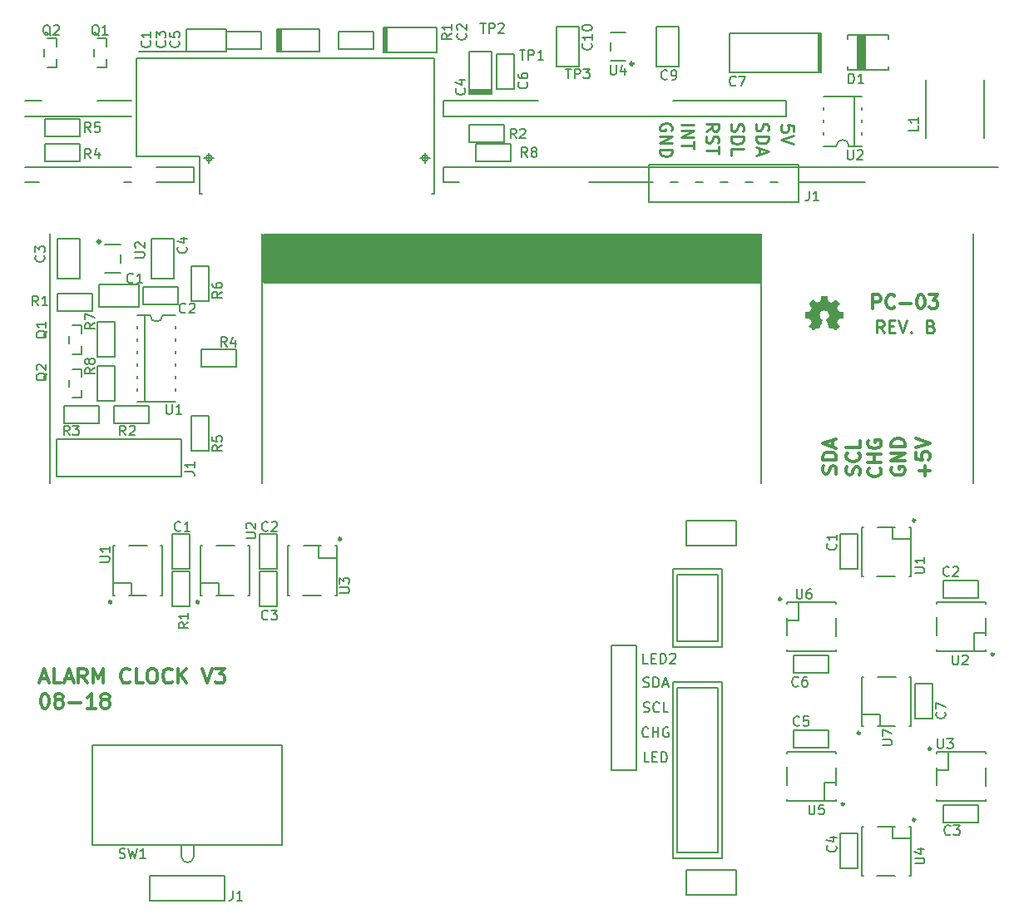
<source format=gto>
G04 #@! TF.FileFunction,Legend,Top*
%FSLAX46Y46*%
G04 Gerber Fmt 4.6, Leading zero omitted, Abs format (unit mm)*
G04 Created by KiCad (PCBNEW 4.0.7-e2-6376~60~ubuntu17.10.1) date Tue Aug 14 05:52:14 2018*
%MOMM*%
%LPD*%
G01*
G04 APERTURE LIST*
%ADD10C,0.350000*%
%ADD11C,0.300000*%
%ADD12C,0.200000*%
%ADD13C,0.254000*%
%ADD14C,0.304800*%
%ADD15C,0.180000*%
%ADD16C,0.002540*%
%ADD17C,0.150000*%
%ADD18C,0.177800*%
G04 APERTURE END LIST*
D10*
D11*
X101885714Y-122800000D02*
X102600000Y-122800000D01*
X101742857Y-123228571D02*
X102242857Y-121728571D01*
X102742857Y-123228571D01*
X103957143Y-123228571D02*
X103242857Y-123228571D01*
X103242857Y-121728571D01*
X104385714Y-122800000D02*
X105100000Y-122800000D01*
X104242857Y-123228571D02*
X104742857Y-121728571D01*
X105242857Y-123228571D01*
X106600000Y-123228571D02*
X106100000Y-122514286D01*
X105742857Y-123228571D02*
X105742857Y-121728571D01*
X106314285Y-121728571D01*
X106457143Y-121800000D01*
X106528571Y-121871429D01*
X106600000Y-122014286D01*
X106600000Y-122228571D01*
X106528571Y-122371429D01*
X106457143Y-122442857D01*
X106314285Y-122514286D01*
X105742857Y-122514286D01*
X107242857Y-123228571D02*
X107242857Y-121728571D01*
X107742857Y-122800000D01*
X108242857Y-121728571D01*
X108242857Y-123228571D01*
X110957143Y-123085714D02*
X110885714Y-123157143D01*
X110671428Y-123228571D01*
X110528571Y-123228571D01*
X110314286Y-123157143D01*
X110171428Y-123014286D01*
X110100000Y-122871429D01*
X110028571Y-122585714D01*
X110028571Y-122371429D01*
X110100000Y-122085714D01*
X110171428Y-121942857D01*
X110314286Y-121800000D01*
X110528571Y-121728571D01*
X110671428Y-121728571D01*
X110885714Y-121800000D01*
X110957143Y-121871429D01*
X112314286Y-123228571D02*
X111600000Y-123228571D01*
X111600000Y-121728571D01*
X113100000Y-121728571D02*
X113385714Y-121728571D01*
X113528572Y-121800000D01*
X113671429Y-121942857D01*
X113742857Y-122228571D01*
X113742857Y-122728571D01*
X113671429Y-123014286D01*
X113528572Y-123157143D01*
X113385714Y-123228571D01*
X113100000Y-123228571D01*
X112957143Y-123157143D01*
X112814286Y-123014286D01*
X112742857Y-122728571D01*
X112742857Y-122228571D01*
X112814286Y-121942857D01*
X112957143Y-121800000D01*
X113100000Y-121728571D01*
X115242858Y-123085714D02*
X115171429Y-123157143D01*
X114957143Y-123228571D01*
X114814286Y-123228571D01*
X114600001Y-123157143D01*
X114457143Y-123014286D01*
X114385715Y-122871429D01*
X114314286Y-122585714D01*
X114314286Y-122371429D01*
X114385715Y-122085714D01*
X114457143Y-121942857D01*
X114600001Y-121800000D01*
X114814286Y-121728571D01*
X114957143Y-121728571D01*
X115171429Y-121800000D01*
X115242858Y-121871429D01*
X115885715Y-123228571D02*
X115885715Y-121728571D01*
X116742858Y-123228571D02*
X116100001Y-122371429D01*
X116742858Y-121728571D02*
X115885715Y-122585714D01*
X118314286Y-121728571D02*
X118814286Y-123228571D01*
X119314286Y-121728571D01*
X119671429Y-121728571D02*
X120600000Y-121728571D01*
X120100000Y-122300000D01*
X120314286Y-122300000D01*
X120457143Y-122371429D01*
X120528572Y-122442857D01*
X120600000Y-122585714D01*
X120600000Y-122942857D01*
X120528572Y-123085714D01*
X120457143Y-123157143D01*
X120314286Y-123228571D01*
X119885714Y-123228571D01*
X119742857Y-123157143D01*
X119671429Y-123085714D01*
X102242857Y-124278571D02*
X102385714Y-124278571D01*
X102528571Y-124350000D01*
X102600000Y-124421429D01*
X102671429Y-124564286D01*
X102742857Y-124850000D01*
X102742857Y-125207143D01*
X102671429Y-125492857D01*
X102600000Y-125635714D01*
X102528571Y-125707143D01*
X102385714Y-125778571D01*
X102242857Y-125778571D01*
X102100000Y-125707143D01*
X102028571Y-125635714D01*
X101957143Y-125492857D01*
X101885714Y-125207143D01*
X101885714Y-124850000D01*
X101957143Y-124564286D01*
X102028571Y-124421429D01*
X102100000Y-124350000D01*
X102242857Y-124278571D01*
X103600000Y-124921429D02*
X103457142Y-124850000D01*
X103385714Y-124778571D01*
X103314285Y-124635714D01*
X103314285Y-124564286D01*
X103385714Y-124421429D01*
X103457142Y-124350000D01*
X103600000Y-124278571D01*
X103885714Y-124278571D01*
X104028571Y-124350000D01*
X104100000Y-124421429D01*
X104171428Y-124564286D01*
X104171428Y-124635714D01*
X104100000Y-124778571D01*
X104028571Y-124850000D01*
X103885714Y-124921429D01*
X103600000Y-124921429D01*
X103457142Y-124992857D01*
X103385714Y-125064286D01*
X103314285Y-125207143D01*
X103314285Y-125492857D01*
X103385714Y-125635714D01*
X103457142Y-125707143D01*
X103600000Y-125778571D01*
X103885714Y-125778571D01*
X104028571Y-125707143D01*
X104100000Y-125635714D01*
X104171428Y-125492857D01*
X104171428Y-125207143D01*
X104100000Y-125064286D01*
X104028571Y-124992857D01*
X103885714Y-124921429D01*
X104814285Y-125207143D02*
X105957142Y-125207143D01*
X107457142Y-125778571D02*
X106599999Y-125778571D01*
X107028571Y-125778571D02*
X107028571Y-124278571D01*
X106885714Y-124492857D01*
X106742856Y-124635714D01*
X106599999Y-124707143D01*
X108314285Y-124921429D02*
X108171427Y-124850000D01*
X108099999Y-124778571D01*
X108028570Y-124635714D01*
X108028570Y-124564286D01*
X108099999Y-124421429D01*
X108171427Y-124350000D01*
X108314285Y-124278571D01*
X108599999Y-124278571D01*
X108742856Y-124350000D01*
X108814285Y-124421429D01*
X108885713Y-124564286D01*
X108885713Y-124635714D01*
X108814285Y-124778571D01*
X108742856Y-124850000D01*
X108599999Y-124921429D01*
X108314285Y-124921429D01*
X108171427Y-124992857D01*
X108099999Y-125064286D01*
X108028570Y-125207143D01*
X108028570Y-125492857D01*
X108099999Y-125635714D01*
X108171427Y-125707143D01*
X108314285Y-125778571D01*
X108599999Y-125778571D01*
X108742856Y-125707143D01*
X108814285Y-125635714D01*
X108885713Y-125492857D01*
X108885713Y-125207143D01*
X108814285Y-125064286D01*
X108742856Y-124992857D01*
X108599999Y-124921429D01*
D12*
X196850000Y-102870000D02*
X196850000Y-77470000D01*
X102870000Y-102870000D02*
X102870000Y-77470000D01*
X175260000Y-102870000D02*
X175260000Y-77470000D01*
X124460000Y-102870000D02*
X124460000Y-77470000D01*
D13*
X187718095Y-87569524D02*
X187294762Y-86964762D01*
X186992381Y-87569524D02*
X186992381Y-86299524D01*
X187476190Y-86299524D01*
X187597143Y-86360000D01*
X187657619Y-86420476D01*
X187718095Y-86541429D01*
X187718095Y-86722857D01*
X187657619Y-86843810D01*
X187597143Y-86904286D01*
X187476190Y-86964762D01*
X186992381Y-86964762D01*
X188262381Y-86904286D02*
X188685714Y-86904286D01*
X188867143Y-87569524D02*
X188262381Y-87569524D01*
X188262381Y-86299524D01*
X188867143Y-86299524D01*
X189230000Y-86299524D02*
X189653334Y-87569524D01*
X190076667Y-86299524D01*
X190500000Y-87448571D02*
X190560476Y-87509048D01*
X190500000Y-87569524D01*
X190439524Y-87509048D01*
X190500000Y-87448571D01*
X190500000Y-87569524D01*
X192495714Y-86904286D02*
X192677143Y-86964762D01*
X192737619Y-87025238D01*
X192798095Y-87146190D01*
X192798095Y-87327619D01*
X192737619Y-87448571D01*
X192677143Y-87509048D01*
X192556190Y-87569524D01*
X192072381Y-87569524D01*
X192072381Y-86299524D01*
X192495714Y-86299524D01*
X192616667Y-86360000D01*
X192677143Y-86420476D01*
X192737619Y-86541429D01*
X192737619Y-86662381D01*
X192677143Y-86783333D01*
X192616667Y-86843810D01*
X192495714Y-86904286D01*
X192072381Y-86904286D01*
D14*
X186605334Y-85086976D02*
X186605334Y-83689976D01*
X187137525Y-83689976D01*
X187270572Y-83756500D01*
X187337096Y-83823024D01*
X187403620Y-83956071D01*
X187403620Y-84155643D01*
X187337096Y-84288690D01*
X187270572Y-84355214D01*
X187137525Y-84421738D01*
X186605334Y-84421738D01*
X188800620Y-84953929D02*
X188734096Y-85020452D01*
X188534525Y-85086976D01*
X188401477Y-85086976D01*
X188201905Y-85020452D01*
X188068858Y-84887405D01*
X188002334Y-84754357D01*
X187935810Y-84488262D01*
X187935810Y-84288690D01*
X188002334Y-84022595D01*
X188068858Y-83889548D01*
X188201905Y-83756500D01*
X188401477Y-83689976D01*
X188534525Y-83689976D01*
X188734096Y-83756500D01*
X188800620Y-83823024D01*
X189399334Y-84554786D02*
X190463715Y-84554786D01*
X191395048Y-83689976D02*
X191528096Y-83689976D01*
X191661144Y-83756500D01*
X191727667Y-83823024D01*
X191794191Y-83956071D01*
X191860715Y-84222167D01*
X191860715Y-84554786D01*
X191794191Y-84820881D01*
X191727667Y-84953929D01*
X191661144Y-85020452D01*
X191528096Y-85086976D01*
X191395048Y-85086976D01*
X191262001Y-85020452D01*
X191195477Y-84953929D01*
X191128953Y-84820881D01*
X191062429Y-84554786D01*
X191062429Y-84222167D01*
X191128953Y-83956071D01*
X191195477Y-83823024D01*
X191262001Y-83756500D01*
X191395048Y-83689976D01*
X192326381Y-83689976D02*
X193191191Y-83689976D01*
X192725524Y-84222167D01*
X192925096Y-84222167D01*
X193058143Y-84288690D01*
X193124667Y-84355214D01*
X193191191Y-84488262D01*
X193191191Y-84820881D01*
X193124667Y-84953929D01*
X193058143Y-85020452D01*
X192925096Y-85086976D01*
X192525953Y-85086976D01*
X192392905Y-85020452D01*
X192326381Y-84953929D01*
D11*
X182810452Y-101899357D02*
X182876976Y-101699785D01*
X182876976Y-101367166D01*
X182810452Y-101234119D01*
X182743929Y-101167595D01*
X182610881Y-101101071D01*
X182477833Y-101101071D01*
X182344786Y-101167595D01*
X182278262Y-101234119D01*
X182211738Y-101367166D01*
X182145214Y-101633262D01*
X182078690Y-101766309D01*
X182012167Y-101832833D01*
X181879119Y-101899357D01*
X181746071Y-101899357D01*
X181613024Y-101832833D01*
X181546500Y-101766309D01*
X181479976Y-101633262D01*
X181479976Y-101300642D01*
X181546500Y-101101071D01*
X182876976Y-100502357D02*
X181479976Y-100502357D01*
X181479976Y-100169738D01*
X181546500Y-99970166D01*
X181679548Y-99837119D01*
X181812595Y-99770595D01*
X182078690Y-99704071D01*
X182278262Y-99704071D01*
X182544357Y-99770595D01*
X182677405Y-99837119D01*
X182810452Y-99970166D01*
X182876976Y-100169738D01*
X182876976Y-100502357D01*
X182477833Y-99171881D02*
X182477833Y-98506643D01*
X182876976Y-99304928D02*
X181479976Y-98839262D01*
X182876976Y-98373595D01*
X185223452Y-101993095D02*
X185289976Y-101793523D01*
X185289976Y-101460904D01*
X185223452Y-101327857D01*
X185156929Y-101261333D01*
X185023881Y-101194809D01*
X184890833Y-101194809D01*
X184757786Y-101261333D01*
X184691262Y-101327857D01*
X184624738Y-101460904D01*
X184558214Y-101727000D01*
X184491690Y-101860047D01*
X184425167Y-101926571D01*
X184292119Y-101993095D01*
X184159071Y-101993095D01*
X184026024Y-101926571D01*
X183959500Y-101860047D01*
X183892976Y-101727000D01*
X183892976Y-101394380D01*
X183959500Y-101194809D01*
X185156929Y-99797809D02*
X185223452Y-99864333D01*
X185289976Y-100063904D01*
X185289976Y-100196952D01*
X185223452Y-100396524D01*
X185090405Y-100529571D01*
X184957357Y-100596095D01*
X184691262Y-100662619D01*
X184491690Y-100662619D01*
X184225595Y-100596095D01*
X184092548Y-100529571D01*
X183959500Y-100396524D01*
X183892976Y-100196952D01*
X183892976Y-100063904D01*
X183959500Y-99864333D01*
X184026024Y-99797809D01*
X185289976Y-98533857D02*
X185289976Y-99199095D01*
X183892976Y-99199095D01*
X187315929Y-101327857D02*
X187382452Y-101394381D01*
X187448976Y-101593952D01*
X187448976Y-101727000D01*
X187382452Y-101926572D01*
X187249405Y-102059619D01*
X187116357Y-102126143D01*
X186850262Y-102192667D01*
X186650690Y-102192667D01*
X186384595Y-102126143D01*
X186251548Y-102059619D01*
X186118500Y-101926572D01*
X186051976Y-101727000D01*
X186051976Y-101593952D01*
X186118500Y-101394381D01*
X186185024Y-101327857D01*
X187448976Y-100729143D02*
X186051976Y-100729143D01*
X186717214Y-100729143D02*
X186717214Y-99930857D01*
X187448976Y-99930857D02*
X186051976Y-99930857D01*
X186118500Y-98533857D02*
X186051976Y-98666905D01*
X186051976Y-98866476D01*
X186118500Y-99066048D01*
X186251548Y-99199095D01*
X186384595Y-99265619D01*
X186650690Y-99332143D01*
X186850262Y-99332143D01*
X187116357Y-99265619D01*
X187249405Y-99199095D01*
X187382452Y-99066048D01*
X187448976Y-98866476D01*
X187448976Y-98733428D01*
X187382452Y-98533857D01*
X187315929Y-98467333D01*
X186850262Y-98467333D01*
X186850262Y-98733428D01*
X188531500Y-101267381D02*
X188464976Y-101400429D01*
X188464976Y-101600000D01*
X188531500Y-101799572D01*
X188664548Y-101932619D01*
X188797595Y-101999143D01*
X189063690Y-102065667D01*
X189263262Y-102065667D01*
X189529357Y-101999143D01*
X189662405Y-101932619D01*
X189795452Y-101799572D01*
X189861976Y-101600000D01*
X189861976Y-101466952D01*
X189795452Y-101267381D01*
X189728929Y-101200857D01*
X189263262Y-101200857D01*
X189263262Y-101466952D01*
X189861976Y-100602143D02*
X188464976Y-100602143D01*
X189861976Y-99803857D01*
X188464976Y-99803857D01*
X189861976Y-99138619D02*
X188464976Y-99138619D01*
X188464976Y-98806000D01*
X188531500Y-98606428D01*
X188664548Y-98473381D01*
X188797595Y-98406857D01*
X189063690Y-98340333D01*
X189263262Y-98340333D01*
X189529357Y-98406857D01*
X189662405Y-98473381D01*
X189795452Y-98606428D01*
X189861976Y-98806000D01*
X189861976Y-99138619D01*
X191869786Y-102126143D02*
X191869786Y-101061762D01*
X192401976Y-101593952D02*
X191337595Y-101593952D01*
X191004976Y-99731286D02*
X191004976Y-100396524D01*
X191670214Y-100463048D01*
X191603690Y-100396524D01*
X191537167Y-100263476D01*
X191537167Y-99930857D01*
X191603690Y-99797810D01*
X191670214Y-99731286D01*
X191803262Y-99664762D01*
X192135881Y-99664762D01*
X192268929Y-99731286D01*
X192335452Y-99797810D01*
X192401976Y-99930857D01*
X192401976Y-100263476D01*
X192335452Y-100396524D01*
X192268929Y-100463048D01*
X191004976Y-99265619D02*
X192401976Y-98799953D01*
X191004976Y-98334286D01*
D12*
X111125000Y-63957200D02*
X107695624Y-63957200D01*
X116713000Y-58928000D02*
X111887000Y-58928000D01*
X101981195Y-63957200D02*
X100330000Y-63957200D01*
X100330000Y-65557400D02*
X111125045Y-65557400D01*
X101752400Y-72237600D02*
X100329875Y-72237600D01*
X100330000Y-70662800D02*
X111125029Y-70662800D01*
X111101010Y-72237600D02*
X110363000Y-72237600D01*
X117475000Y-72237600D02*
X113688270Y-72237600D01*
X177800000Y-65557400D02*
X177800000Y-63957200D01*
D13*
X166116000Y-66947143D02*
X166176476Y-66826191D01*
X166176476Y-66644762D01*
X166116000Y-66463334D01*
X165995048Y-66342381D01*
X165874095Y-66281905D01*
X165632190Y-66221429D01*
X165450762Y-66221429D01*
X165208857Y-66281905D01*
X165087905Y-66342381D01*
X164966952Y-66463334D01*
X164906476Y-66644762D01*
X164906476Y-66765714D01*
X164966952Y-66947143D01*
X165027429Y-67007619D01*
X165450762Y-67007619D01*
X165450762Y-66765714D01*
X164906476Y-67551905D02*
X166176476Y-67551905D01*
X164906476Y-68277619D01*
X166176476Y-68277619D01*
X164906476Y-68882381D02*
X166176476Y-68882381D01*
X166176476Y-69184762D01*
X166116000Y-69366190D01*
X165995048Y-69487143D01*
X165874095Y-69547619D01*
X165632190Y-69608095D01*
X165450762Y-69608095D01*
X165208857Y-69547619D01*
X165087905Y-69487143D01*
X164966952Y-69366190D01*
X164906476Y-69184762D01*
X164906476Y-68882381D01*
X167065476Y-66360524D02*
X168335476Y-66360524D01*
X167065476Y-66965286D02*
X168335476Y-66965286D01*
X167065476Y-67691000D01*
X168335476Y-67691000D01*
X168335476Y-68114333D02*
X168335476Y-68840048D01*
X167065476Y-68477191D02*
X168335476Y-68477191D01*
X169605476Y-67049952D02*
X170210238Y-66626619D01*
X169605476Y-66324238D02*
X170875476Y-66324238D01*
X170875476Y-66808047D01*
X170815000Y-66929000D01*
X170754524Y-66989476D01*
X170633571Y-67049952D01*
X170452143Y-67049952D01*
X170331190Y-66989476D01*
X170270714Y-66929000D01*
X170210238Y-66808047D01*
X170210238Y-66324238D01*
X169665952Y-67533762D02*
X169605476Y-67715190D01*
X169605476Y-68017571D01*
X169665952Y-68138524D01*
X169726429Y-68199000D01*
X169847381Y-68259476D01*
X169968333Y-68259476D01*
X170089286Y-68199000D01*
X170149762Y-68138524D01*
X170210238Y-68017571D01*
X170270714Y-67775667D01*
X170331190Y-67654714D01*
X170391667Y-67594238D01*
X170512619Y-67533762D01*
X170633571Y-67533762D01*
X170754524Y-67594238D01*
X170815000Y-67654714D01*
X170875476Y-67775667D01*
X170875476Y-68078047D01*
X170815000Y-68259476D01*
X170875476Y-68622333D02*
X170875476Y-69348048D01*
X169605476Y-68985191D02*
X170875476Y-68985191D01*
X172205952Y-66330286D02*
X172145476Y-66511714D01*
X172145476Y-66814095D01*
X172205952Y-66935048D01*
X172266429Y-66995524D01*
X172387381Y-67056000D01*
X172508333Y-67056000D01*
X172629286Y-66995524D01*
X172689762Y-66935048D01*
X172750238Y-66814095D01*
X172810714Y-66572191D01*
X172871190Y-66451238D01*
X172931667Y-66390762D01*
X173052619Y-66330286D01*
X173173571Y-66330286D01*
X173294524Y-66390762D01*
X173355000Y-66451238D01*
X173415476Y-66572191D01*
X173415476Y-66874571D01*
X173355000Y-67056000D01*
X172145476Y-67600286D02*
X173415476Y-67600286D01*
X173415476Y-67902667D01*
X173355000Y-68084095D01*
X173234048Y-68205048D01*
X173113095Y-68265524D01*
X172871190Y-68326000D01*
X172689762Y-68326000D01*
X172447857Y-68265524D01*
X172326905Y-68205048D01*
X172205952Y-68084095D01*
X172145476Y-67902667D01*
X172145476Y-67600286D01*
X172145476Y-69475048D02*
X172145476Y-68870286D01*
X173415476Y-68870286D01*
X174745952Y-66269810D02*
X174685476Y-66451238D01*
X174685476Y-66753619D01*
X174745952Y-66874572D01*
X174806429Y-66935048D01*
X174927381Y-66995524D01*
X175048333Y-66995524D01*
X175169286Y-66935048D01*
X175229762Y-66874572D01*
X175290238Y-66753619D01*
X175350714Y-66511715D01*
X175411190Y-66390762D01*
X175471667Y-66330286D01*
X175592619Y-66269810D01*
X175713571Y-66269810D01*
X175834524Y-66330286D01*
X175895000Y-66390762D01*
X175955476Y-66511715D01*
X175955476Y-66814095D01*
X175895000Y-66995524D01*
X174685476Y-67539810D02*
X175955476Y-67539810D01*
X175955476Y-67842191D01*
X175895000Y-68023619D01*
X175774048Y-68144572D01*
X175653095Y-68205048D01*
X175411190Y-68265524D01*
X175229762Y-68265524D01*
X174987857Y-68205048D01*
X174866905Y-68144572D01*
X174745952Y-68023619D01*
X174685476Y-67842191D01*
X174685476Y-67539810D01*
X175048333Y-68749334D02*
X175048333Y-69354096D01*
X174685476Y-68628381D02*
X175955476Y-69051715D01*
X174685476Y-69475048D01*
X178495476Y-67062048D02*
X178495476Y-66457286D01*
X177890714Y-66396810D01*
X177951190Y-66457286D01*
X178011667Y-66578238D01*
X178011667Y-66880619D01*
X177951190Y-67001572D01*
X177890714Y-67062048D01*
X177769762Y-67122524D01*
X177467381Y-67122524D01*
X177346429Y-67062048D01*
X177285952Y-67001572D01*
X177225476Y-66880619D01*
X177225476Y-66578238D01*
X177285952Y-66457286D01*
X177346429Y-66396810D01*
X178495476Y-67485381D02*
X177225476Y-67908715D01*
X178495476Y-68332048D01*
D12*
X166751000Y-72237600D02*
X165989000Y-72237600D01*
X169291000Y-72237600D02*
X168529000Y-72237600D01*
X171831000Y-72237600D02*
X171069000Y-72237600D01*
X174371000Y-72237600D02*
X173609000Y-72237600D01*
X176911000Y-72237600D02*
X176149000Y-72237600D01*
X142875000Y-63957200D02*
X142875000Y-65557400D01*
X152527000Y-63957200D02*
X142875000Y-63957200D01*
X177800027Y-63957200D02*
X166243000Y-63957200D01*
X142875000Y-65557400D02*
X177800000Y-65557400D01*
X117475000Y-70661981D02*
X117475000Y-72237600D01*
X142875000Y-72237600D02*
X142875000Y-70662800D01*
X144526000Y-72237600D02*
X142875000Y-72237600D01*
X164211000Y-72237600D02*
X157708600Y-72237600D01*
X185826400Y-72237600D02*
X179095400Y-72237600D01*
X199390000Y-70662800D02*
X142875000Y-70662800D01*
X113665000Y-70662800D02*
X117475084Y-70662800D01*
X163709048Y-121236619D02*
X163225239Y-121236619D01*
X163225239Y-120220619D01*
X164047715Y-120704429D02*
X164386381Y-120704429D01*
X164531524Y-121236619D02*
X164047715Y-121236619D01*
X164047715Y-120220619D01*
X164531524Y-120220619D01*
X164966953Y-121236619D02*
X164966953Y-120220619D01*
X165208858Y-120220619D01*
X165354000Y-120269000D01*
X165450762Y-120365762D01*
X165499143Y-120462524D01*
X165547524Y-120656048D01*
X165547524Y-120801190D01*
X165499143Y-120994714D01*
X165450762Y-121091476D01*
X165354000Y-121188238D01*
X165208858Y-121236619D01*
X164966953Y-121236619D01*
X165934572Y-120317381D02*
X165982953Y-120269000D01*
X166079715Y-120220619D01*
X166321619Y-120220619D01*
X166418381Y-120269000D01*
X166466762Y-120317381D01*
X166515143Y-120414143D01*
X166515143Y-120510905D01*
X166466762Y-120656048D01*
X165886191Y-121236619D01*
X166515143Y-121236619D01*
X163811857Y-131269619D02*
X163328048Y-131269619D01*
X163328048Y-130253619D01*
X164150524Y-130737429D02*
X164489190Y-130737429D01*
X164634333Y-131269619D02*
X164150524Y-131269619D01*
X164150524Y-130253619D01*
X164634333Y-130253619D01*
X165069762Y-131269619D02*
X165069762Y-130253619D01*
X165311667Y-130253619D01*
X165456809Y-130302000D01*
X165553571Y-130398762D01*
X165601952Y-130495524D01*
X165650333Y-130689048D01*
X165650333Y-130834190D01*
X165601952Y-131027714D01*
X165553571Y-131124476D01*
X165456809Y-131221238D01*
X165311667Y-131269619D01*
X165069762Y-131269619D01*
X163739286Y-128632857D02*
X163690905Y-128681238D01*
X163545762Y-128729619D01*
X163449000Y-128729619D01*
X163303858Y-128681238D01*
X163207096Y-128584476D01*
X163158715Y-128487714D01*
X163110334Y-128294190D01*
X163110334Y-128149048D01*
X163158715Y-127955524D01*
X163207096Y-127858762D01*
X163303858Y-127762000D01*
X163449000Y-127713619D01*
X163545762Y-127713619D01*
X163690905Y-127762000D01*
X163739286Y-127810381D01*
X164174715Y-128729619D02*
X164174715Y-127713619D01*
X164174715Y-128197429D02*
X164755286Y-128197429D01*
X164755286Y-128729619D02*
X164755286Y-127713619D01*
X165771286Y-127762000D02*
X165674524Y-127713619D01*
X165529381Y-127713619D01*
X165384239Y-127762000D01*
X165287477Y-127858762D01*
X165239096Y-127955524D01*
X165190715Y-128149048D01*
X165190715Y-128294190D01*
X165239096Y-128487714D01*
X165287477Y-128584476D01*
X165384239Y-128681238D01*
X165529381Y-128729619D01*
X165626143Y-128729619D01*
X165771286Y-128681238D01*
X165819667Y-128632857D01*
X165819667Y-128294190D01*
X165626143Y-128294190D01*
X163255477Y-126141238D02*
X163400620Y-126189619D01*
X163642524Y-126189619D01*
X163739286Y-126141238D01*
X163787667Y-126092857D01*
X163836048Y-125996095D01*
X163836048Y-125899333D01*
X163787667Y-125802571D01*
X163739286Y-125754190D01*
X163642524Y-125705810D01*
X163449001Y-125657429D01*
X163352239Y-125609048D01*
X163303858Y-125560667D01*
X163255477Y-125463905D01*
X163255477Y-125367143D01*
X163303858Y-125270381D01*
X163352239Y-125222000D01*
X163449001Y-125173619D01*
X163690905Y-125173619D01*
X163836048Y-125222000D01*
X164852048Y-126092857D02*
X164803667Y-126141238D01*
X164658524Y-126189619D01*
X164561762Y-126189619D01*
X164416620Y-126141238D01*
X164319858Y-126044476D01*
X164271477Y-125947714D01*
X164223096Y-125754190D01*
X164223096Y-125609048D01*
X164271477Y-125415524D01*
X164319858Y-125318762D01*
X164416620Y-125222000D01*
X164561762Y-125173619D01*
X164658524Y-125173619D01*
X164803667Y-125222000D01*
X164852048Y-125270381D01*
X165771286Y-126189619D02*
X165287477Y-126189619D01*
X165287477Y-125173619D01*
X163231286Y-123601238D02*
X163376429Y-123649619D01*
X163618333Y-123649619D01*
X163715095Y-123601238D01*
X163763476Y-123552857D01*
X163811857Y-123456095D01*
X163811857Y-123359333D01*
X163763476Y-123262571D01*
X163715095Y-123214190D01*
X163618333Y-123165810D01*
X163424810Y-123117429D01*
X163328048Y-123069048D01*
X163279667Y-123020667D01*
X163231286Y-122923905D01*
X163231286Y-122827143D01*
X163279667Y-122730381D01*
X163328048Y-122682000D01*
X163424810Y-122633619D01*
X163666714Y-122633619D01*
X163811857Y-122682000D01*
X164247286Y-123649619D02*
X164247286Y-122633619D01*
X164489191Y-122633619D01*
X164634333Y-122682000D01*
X164731095Y-122778762D01*
X164779476Y-122875524D01*
X164827857Y-123069048D01*
X164827857Y-123214190D01*
X164779476Y-123407714D01*
X164731095Y-123504476D01*
X164634333Y-123601238D01*
X164489191Y-123649619D01*
X164247286Y-123649619D01*
X165214905Y-123359333D02*
X165698714Y-123359333D01*
X165118143Y-123649619D02*
X165456810Y-122633619D01*
X165795476Y-123649619D01*
D11*
X107970000Y-78260000D02*
G75*
G03X107970000Y-78260000I-150000J0D01*
G01*
D15*
X110020000Y-79560000D02*
X110020000Y-80460000D01*
X110020000Y-81460000D02*
X108420000Y-81460000D01*
X110020000Y-78560000D02*
X108420000Y-78560000D01*
X107696000Y-90043000D02*
X107696000Y-86487000D01*
X107696000Y-86487000D02*
X109474000Y-86487000D01*
X109474000Y-86487000D02*
X109474000Y-90043000D01*
X109474000Y-90043000D02*
X107696000Y-90043000D01*
X111887000Y-82677000D02*
X107823000Y-82677000D01*
X107823000Y-82677000D02*
X107823000Y-84963000D01*
X107823000Y-84963000D02*
X111887000Y-84963000D01*
X111887000Y-84963000D02*
X111887000Y-82677000D01*
X112307000Y-82931000D02*
X115863000Y-82931000D01*
X115863000Y-82931000D02*
X115863000Y-84709000D01*
X115863000Y-84709000D02*
X112307000Y-84709000D01*
X112307000Y-84709000D02*
X112307000Y-82931000D01*
X105918000Y-82042000D02*
X105918000Y-77978000D01*
X105918000Y-77978000D02*
X103632000Y-77978000D01*
X103632000Y-77978000D02*
X103632000Y-82042000D01*
X103632000Y-82042000D02*
X105918000Y-82042000D01*
X115443000Y-82042000D02*
X115443000Y-77978000D01*
X115443000Y-77978000D02*
X113157000Y-77978000D01*
X113157000Y-77978000D02*
X113157000Y-82042000D01*
X113157000Y-82042000D02*
X115443000Y-82042000D01*
X116205000Y-102235000D02*
X103505000Y-102235000D01*
X103505000Y-98425000D02*
X116205000Y-98425000D01*
X116205000Y-98425000D02*
X116205000Y-102235000D01*
X103505000Y-102235000D02*
X103505000Y-98425000D01*
X103632000Y-83566000D02*
X107188000Y-83566000D01*
X107188000Y-83566000D02*
X107188000Y-85344000D01*
X107188000Y-85344000D02*
X103632000Y-85344000D01*
X103632000Y-85344000D02*
X103632000Y-83566000D01*
X109347000Y-94996000D02*
X112903000Y-94996000D01*
X112903000Y-94996000D02*
X112903000Y-96774000D01*
X112903000Y-96774000D02*
X109347000Y-96774000D01*
X109347000Y-96774000D02*
X109347000Y-94996000D01*
X104267000Y-94996000D02*
X107823000Y-94996000D01*
X107823000Y-94996000D02*
X107823000Y-96774000D01*
X107823000Y-96774000D02*
X104267000Y-96774000D01*
X104267000Y-96774000D02*
X104267000Y-94996000D01*
X118237000Y-89281000D02*
X121793000Y-89281000D01*
X121793000Y-89281000D02*
X121793000Y-91059000D01*
X121793000Y-91059000D02*
X118237000Y-91059000D01*
X118237000Y-91059000D02*
X118237000Y-89281000D01*
X118999000Y-96012000D02*
X118999000Y-99568000D01*
X118999000Y-99568000D02*
X117221000Y-99568000D01*
X117221000Y-99568000D02*
X117221000Y-96012000D01*
X117221000Y-96012000D02*
X118999000Y-96012000D01*
X117221000Y-84328000D02*
X117221000Y-80772000D01*
X117221000Y-80772000D02*
X118999000Y-80772000D01*
X118999000Y-80772000D02*
X118999000Y-84328000D01*
X118999000Y-84328000D02*
X117221000Y-84328000D01*
X107696000Y-94488000D02*
X107696000Y-90932000D01*
X107696000Y-90932000D02*
X109474000Y-90932000D01*
X109474000Y-90932000D02*
X109474000Y-94488000D01*
X109474000Y-94488000D02*
X107696000Y-94488000D01*
X115615000Y-94570000D02*
X111715000Y-94570000D01*
X111715000Y-85770000D02*
X113030000Y-85770000D01*
X114300000Y-85770000D02*
X115615000Y-85770000D01*
X112465000Y-94570000D02*
X112465000Y-85770000D01*
X115615000Y-86868000D02*
X115615000Y-87122000D01*
X115615000Y-88138000D02*
X115615000Y-88392000D01*
X115615000Y-89408000D02*
X115615000Y-89662000D01*
X111715000Y-86868000D02*
X111715000Y-87122000D01*
X111715000Y-88138000D02*
X111715000Y-88392000D01*
X111715000Y-89408000D02*
X111715000Y-89662000D01*
X113030000Y-85770000D02*
G75*
G03X114300000Y-85770000I635000J0D01*
G01*
X115615000Y-89408000D02*
X115615000Y-89662000D01*
X115615000Y-90678000D02*
X115615000Y-90932000D01*
X115615000Y-91948000D02*
X115615000Y-92202000D01*
X115615000Y-93218000D02*
X115615000Y-93472000D01*
X111715000Y-90678000D02*
X111715000Y-90932000D01*
X111715000Y-91948000D02*
X111715000Y-92202000D01*
X111715000Y-93218000D02*
X111715000Y-93472000D01*
X106060000Y-86815000D02*
X106060000Y-87615000D01*
X106060000Y-89715000D02*
X106060000Y-88915000D01*
X106060000Y-86815000D02*
X105110000Y-86815000D01*
X106060000Y-89715000D02*
X105110000Y-89715000D01*
X104760000Y-87915000D02*
X104760000Y-88615000D01*
X106060000Y-91260000D02*
X106060000Y-92060000D01*
X106060000Y-94160000D02*
X106060000Y-93360000D01*
X106060000Y-91260000D02*
X105110000Y-91260000D01*
X106060000Y-94160000D02*
X105110000Y-94160000D01*
X104760000Y-92360000D02*
X104760000Y-93060000D01*
D16*
G36*
X180456840Y-87243920D02*
X180477160Y-87233760D01*
X180520340Y-87205820D01*
X180583840Y-87162640D01*
X180660040Y-87114380D01*
X180733700Y-87061040D01*
X180797200Y-87020400D01*
X180840380Y-86992460D01*
X180858160Y-86982300D01*
X180868320Y-86987380D01*
X180903880Y-87002620D01*
X180957220Y-87030560D01*
X180985160Y-87045800D01*
X181033420Y-87066120D01*
X181058820Y-87071200D01*
X181061360Y-87063580D01*
X181079140Y-87028020D01*
X181107080Y-86964520D01*
X181142640Y-86883240D01*
X181183280Y-86786720D01*
X181229000Y-86682580D01*
X181272180Y-86575900D01*
X181315360Y-86474300D01*
X181350920Y-86382860D01*
X181381400Y-86309200D01*
X181401720Y-86258400D01*
X181409340Y-86235540D01*
X181406800Y-86230460D01*
X181381400Y-86207600D01*
X181340760Y-86177120D01*
X181251860Y-86103460D01*
X181160420Y-85991700D01*
X181107080Y-85864700D01*
X181089300Y-85725000D01*
X181104540Y-85598000D01*
X181155340Y-85471000D01*
X181241700Y-85359240D01*
X181348380Y-85275420D01*
X181472840Y-85224620D01*
X181610000Y-85206840D01*
X181742080Y-85222080D01*
X181869080Y-85272880D01*
X181980840Y-85356700D01*
X182029100Y-85412580D01*
X182095140Y-85526880D01*
X182130700Y-85648800D01*
X182135780Y-85679280D01*
X182130700Y-85811360D01*
X182090060Y-85938360D01*
X182018940Y-86052660D01*
X181922420Y-86146640D01*
X181909720Y-86156800D01*
X181864000Y-86189820D01*
X181833520Y-86215220D01*
X181810660Y-86233000D01*
X181980840Y-86644480D01*
X182008780Y-86707980D01*
X182054500Y-86819740D01*
X182095140Y-86916260D01*
X182128160Y-86995000D01*
X182151020Y-87045800D01*
X182161180Y-87066120D01*
X182161180Y-87068660D01*
X182176420Y-87071200D01*
X182209440Y-87058500D01*
X182265320Y-87030560D01*
X182303420Y-87012780D01*
X182346600Y-86989920D01*
X182366920Y-86982300D01*
X182382160Y-86992460D01*
X182425340Y-87017860D01*
X182486300Y-87058500D01*
X182559960Y-87109300D01*
X182628540Y-87157560D01*
X182694580Y-87200740D01*
X182740300Y-87228680D01*
X182763160Y-87241380D01*
X182765700Y-87241380D01*
X182786020Y-87231220D01*
X182824120Y-87200740D01*
X182880000Y-87147400D01*
X182958740Y-87068660D01*
X182971440Y-87055960D01*
X183034940Y-86989920D01*
X183088280Y-86934040D01*
X183123840Y-86895940D01*
X183136540Y-86878160D01*
X183136540Y-86878160D01*
X183123840Y-86855300D01*
X183095900Y-86809580D01*
X183052720Y-86743540D01*
X183001920Y-86667340D01*
X182864760Y-86469220D01*
X182938420Y-86283800D01*
X182961280Y-86227920D01*
X182991760Y-86156800D01*
X183012080Y-86108540D01*
X183024780Y-86085680D01*
X183045100Y-86080600D01*
X183095900Y-86067900D01*
X183169560Y-86052660D01*
X183258460Y-86034880D01*
X183342280Y-86019640D01*
X183418480Y-86006940D01*
X183471820Y-85994240D01*
X183497220Y-85989160D01*
X183502300Y-85986620D01*
X183507380Y-85973920D01*
X183509920Y-85948520D01*
X183512460Y-85902800D01*
X183512460Y-85831680D01*
X183512460Y-85725000D01*
X183512460Y-85717380D01*
X183512460Y-85615780D01*
X183509920Y-85537040D01*
X183507380Y-85483700D01*
X183504840Y-85463380D01*
X183504840Y-85463380D01*
X183481980Y-85455760D01*
X183426100Y-85445600D01*
X183352440Y-85430360D01*
X183261000Y-85412580D01*
X183255920Y-85412580D01*
X183164480Y-85394800D01*
X183090820Y-85379560D01*
X183037480Y-85366860D01*
X183014620Y-85359240D01*
X183009540Y-85354160D01*
X182991760Y-85318600D01*
X182966360Y-85262720D01*
X182935880Y-85194140D01*
X182907940Y-85123020D01*
X182880000Y-85059520D01*
X182864760Y-85013800D01*
X182859680Y-84990940D01*
X182859680Y-84990940D01*
X182872380Y-84968080D01*
X182902860Y-84922360D01*
X182948580Y-84856320D01*
X182999380Y-84780120D01*
X183004460Y-84775040D01*
X183055260Y-84698840D01*
X183098440Y-84635340D01*
X183126380Y-84589620D01*
X183136540Y-84566760D01*
X183136540Y-84566760D01*
X183118760Y-84543900D01*
X183080660Y-84500720D01*
X183024780Y-84442300D01*
X182958740Y-84376260D01*
X182935880Y-84353400D01*
X182862220Y-84282280D01*
X182811420Y-84234020D01*
X182778400Y-84208620D01*
X182763160Y-84203540D01*
X182763160Y-84203540D01*
X182740300Y-84218780D01*
X182692040Y-84249260D01*
X182626000Y-84294980D01*
X182549800Y-84345780D01*
X182544720Y-84350860D01*
X182468520Y-84401660D01*
X182405020Y-84444840D01*
X182359300Y-84475320D01*
X182338980Y-84485480D01*
X182336440Y-84485480D01*
X182305960Y-84477860D01*
X182252620Y-84457540D01*
X182184040Y-84432140D01*
X182115460Y-84404200D01*
X182049420Y-84376260D01*
X182001160Y-84355940D01*
X181980840Y-84343240D01*
X181978300Y-84340700D01*
X181970680Y-84312760D01*
X181957980Y-84256880D01*
X181942740Y-84178140D01*
X181924960Y-84084160D01*
X181922420Y-84071460D01*
X181904640Y-83980020D01*
X181889400Y-83903820D01*
X181879240Y-83853020D01*
X181874160Y-83832700D01*
X181861460Y-83827620D01*
X181815740Y-83825080D01*
X181749700Y-83822540D01*
X181665880Y-83822540D01*
X181582060Y-83822540D01*
X181498240Y-83825080D01*
X181427120Y-83827620D01*
X181373780Y-83830160D01*
X181353460Y-83835240D01*
X181353460Y-83835240D01*
X181343300Y-83865720D01*
X181333140Y-83921600D01*
X181315360Y-84000340D01*
X181297580Y-84094320D01*
X181295040Y-84109560D01*
X181277260Y-84201000D01*
X181262020Y-84274660D01*
X181251860Y-84325460D01*
X181246780Y-84345780D01*
X181236620Y-84350860D01*
X181201060Y-84366100D01*
X181140100Y-84391500D01*
X181063900Y-84421980D01*
X180888640Y-84493100D01*
X180675280Y-84345780D01*
X180657500Y-84333080D01*
X180578760Y-84282280D01*
X180515260Y-84239100D01*
X180472080Y-84211160D01*
X180454300Y-84201000D01*
X180451760Y-84201000D01*
X180431440Y-84218780D01*
X180388260Y-84259420D01*
X180332380Y-84315300D01*
X180263800Y-84383880D01*
X180213000Y-84432140D01*
X180154580Y-84493100D01*
X180119020Y-84533740D01*
X180098700Y-84559140D01*
X180091080Y-84574380D01*
X180091080Y-84584540D01*
X180106320Y-84607400D01*
X180136800Y-84653120D01*
X180182520Y-84719160D01*
X180233320Y-84795360D01*
X180276500Y-84856320D01*
X180322220Y-84929980D01*
X180352700Y-84980780D01*
X180362860Y-85006180D01*
X180360320Y-85016340D01*
X180345080Y-85056980D01*
X180319680Y-85120480D01*
X180289200Y-85196680D01*
X180213000Y-85366860D01*
X180103780Y-85387180D01*
X180035200Y-85399880D01*
X179941220Y-85417660D01*
X179852320Y-85435440D01*
X179710080Y-85463380D01*
X179705000Y-85976460D01*
X179727860Y-85986620D01*
X179748180Y-85991700D01*
X179801520Y-86004400D01*
X179875180Y-86019640D01*
X179961540Y-86034880D01*
X180037740Y-86050120D01*
X180111400Y-86062820D01*
X180167280Y-86072980D01*
X180190140Y-86078060D01*
X180197760Y-86085680D01*
X180215540Y-86123780D01*
X180240940Y-86182200D01*
X180271420Y-86250780D01*
X180301900Y-86324440D01*
X180329840Y-86390480D01*
X180347620Y-86441280D01*
X180355240Y-86466680D01*
X180342540Y-86487000D01*
X180314600Y-86530180D01*
X180273960Y-86593680D01*
X180223160Y-86669880D01*
X180172360Y-86743540D01*
X180129180Y-86807040D01*
X180098700Y-86852760D01*
X180086000Y-86875620D01*
X180091080Y-86888320D01*
X180121560Y-86923880D01*
X180177440Y-86984840D01*
X180261260Y-87066120D01*
X180276500Y-87078820D01*
X180342540Y-87144860D01*
X180398420Y-87195660D01*
X180439060Y-87231220D01*
X180456840Y-87243920D01*
X180456840Y-87243920D01*
G37*
X180456840Y-87243920D02*
X180477160Y-87233760D01*
X180520340Y-87205820D01*
X180583840Y-87162640D01*
X180660040Y-87114380D01*
X180733700Y-87061040D01*
X180797200Y-87020400D01*
X180840380Y-86992460D01*
X180858160Y-86982300D01*
X180868320Y-86987380D01*
X180903880Y-87002620D01*
X180957220Y-87030560D01*
X180985160Y-87045800D01*
X181033420Y-87066120D01*
X181058820Y-87071200D01*
X181061360Y-87063580D01*
X181079140Y-87028020D01*
X181107080Y-86964520D01*
X181142640Y-86883240D01*
X181183280Y-86786720D01*
X181229000Y-86682580D01*
X181272180Y-86575900D01*
X181315360Y-86474300D01*
X181350920Y-86382860D01*
X181381400Y-86309200D01*
X181401720Y-86258400D01*
X181409340Y-86235540D01*
X181406800Y-86230460D01*
X181381400Y-86207600D01*
X181340760Y-86177120D01*
X181251860Y-86103460D01*
X181160420Y-85991700D01*
X181107080Y-85864700D01*
X181089300Y-85725000D01*
X181104540Y-85598000D01*
X181155340Y-85471000D01*
X181241700Y-85359240D01*
X181348380Y-85275420D01*
X181472840Y-85224620D01*
X181610000Y-85206840D01*
X181742080Y-85222080D01*
X181869080Y-85272880D01*
X181980840Y-85356700D01*
X182029100Y-85412580D01*
X182095140Y-85526880D01*
X182130700Y-85648800D01*
X182135780Y-85679280D01*
X182130700Y-85811360D01*
X182090060Y-85938360D01*
X182018940Y-86052660D01*
X181922420Y-86146640D01*
X181909720Y-86156800D01*
X181864000Y-86189820D01*
X181833520Y-86215220D01*
X181810660Y-86233000D01*
X181980840Y-86644480D01*
X182008780Y-86707980D01*
X182054500Y-86819740D01*
X182095140Y-86916260D01*
X182128160Y-86995000D01*
X182151020Y-87045800D01*
X182161180Y-87066120D01*
X182161180Y-87068660D01*
X182176420Y-87071200D01*
X182209440Y-87058500D01*
X182265320Y-87030560D01*
X182303420Y-87012780D01*
X182346600Y-86989920D01*
X182366920Y-86982300D01*
X182382160Y-86992460D01*
X182425340Y-87017860D01*
X182486300Y-87058500D01*
X182559960Y-87109300D01*
X182628540Y-87157560D01*
X182694580Y-87200740D01*
X182740300Y-87228680D01*
X182763160Y-87241380D01*
X182765700Y-87241380D01*
X182786020Y-87231220D01*
X182824120Y-87200740D01*
X182880000Y-87147400D01*
X182958740Y-87068660D01*
X182971440Y-87055960D01*
X183034940Y-86989920D01*
X183088280Y-86934040D01*
X183123840Y-86895940D01*
X183136540Y-86878160D01*
X183136540Y-86878160D01*
X183123840Y-86855300D01*
X183095900Y-86809580D01*
X183052720Y-86743540D01*
X183001920Y-86667340D01*
X182864760Y-86469220D01*
X182938420Y-86283800D01*
X182961280Y-86227920D01*
X182991760Y-86156800D01*
X183012080Y-86108540D01*
X183024780Y-86085680D01*
X183045100Y-86080600D01*
X183095900Y-86067900D01*
X183169560Y-86052660D01*
X183258460Y-86034880D01*
X183342280Y-86019640D01*
X183418480Y-86006940D01*
X183471820Y-85994240D01*
X183497220Y-85989160D01*
X183502300Y-85986620D01*
X183507380Y-85973920D01*
X183509920Y-85948520D01*
X183512460Y-85902800D01*
X183512460Y-85831680D01*
X183512460Y-85725000D01*
X183512460Y-85717380D01*
X183512460Y-85615780D01*
X183509920Y-85537040D01*
X183507380Y-85483700D01*
X183504840Y-85463380D01*
X183504840Y-85463380D01*
X183481980Y-85455760D01*
X183426100Y-85445600D01*
X183352440Y-85430360D01*
X183261000Y-85412580D01*
X183255920Y-85412580D01*
X183164480Y-85394800D01*
X183090820Y-85379560D01*
X183037480Y-85366860D01*
X183014620Y-85359240D01*
X183009540Y-85354160D01*
X182991760Y-85318600D01*
X182966360Y-85262720D01*
X182935880Y-85194140D01*
X182907940Y-85123020D01*
X182880000Y-85059520D01*
X182864760Y-85013800D01*
X182859680Y-84990940D01*
X182859680Y-84990940D01*
X182872380Y-84968080D01*
X182902860Y-84922360D01*
X182948580Y-84856320D01*
X182999380Y-84780120D01*
X183004460Y-84775040D01*
X183055260Y-84698840D01*
X183098440Y-84635340D01*
X183126380Y-84589620D01*
X183136540Y-84566760D01*
X183136540Y-84566760D01*
X183118760Y-84543900D01*
X183080660Y-84500720D01*
X183024780Y-84442300D01*
X182958740Y-84376260D01*
X182935880Y-84353400D01*
X182862220Y-84282280D01*
X182811420Y-84234020D01*
X182778400Y-84208620D01*
X182763160Y-84203540D01*
X182763160Y-84203540D01*
X182740300Y-84218780D01*
X182692040Y-84249260D01*
X182626000Y-84294980D01*
X182549800Y-84345780D01*
X182544720Y-84350860D01*
X182468520Y-84401660D01*
X182405020Y-84444840D01*
X182359300Y-84475320D01*
X182338980Y-84485480D01*
X182336440Y-84485480D01*
X182305960Y-84477860D01*
X182252620Y-84457540D01*
X182184040Y-84432140D01*
X182115460Y-84404200D01*
X182049420Y-84376260D01*
X182001160Y-84355940D01*
X181980840Y-84343240D01*
X181978300Y-84340700D01*
X181970680Y-84312760D01*
X181957980Y-84256880D01*
X181942740Y-84178140D01*
X181924960Y-84084160D01*
X181922420Y-84071460D01*
X181904640Y-83980020D01*
X181889400Y-83903820D01*
X181879240Y-83853020D01*
X181874160Y-83832700D01*
X181861460Y-83827620D01*
X181815740Y-83825080D01*
X181749700Y-83822540D01*
X181665880Y-83822540D01*
X181582060Y-83822540D01*
X181498240Y-83825080D01*
X181427120Y-83827620D01*
X181373780Y-83830160D01*
X181353460Y-83835240D01*
X181353460Y-83835240D01*
X181343300Y-83865720D01*
X181333140Y-83921600D01*
X181315360Y-84000340D01*
X181297580Y-84094320D01*
X181295040Y-84109560D01*
X181277260Y-84201000D01*
X181262020Y-84274660D01*
X181251860Y-84325460D01*
X181246780Y-84345780D01*
X181236620Y-84350860D01*
X181201060Y-84366100D01*
X181140100Y-84391500D01*
X181063900Y-84421980D01*
X180888640Y-84493100D01*
X180675280Y-84345780D01*
X180657500Y-84333080D01*
X180578760Y-84282280D01*
X180515260Y-84239100D01*
X180472080Y-84211160D01*
X180454300Y-84201000D01*
X180451760Y-84201000D01*
X180431440Y-84218780D01*
X180388260Y-84259420D01*
X180332380Y-84315300D01*
X180263800Y-84383880D01*
X180213000Y-84432140D01*
X180154580Y-84493100D01*
X180119020Y-84533740D01*
X180098700Y-84559140D01*
X180091080Y-84574380D01*
X180091080Y-84584540D01*
X180106320Y-84607400D01*
X180136800Y-84653120D01*
X180182520Y-84719160D01*
X180233320Y-84795360D01*
X180276500Y-84856320D01*
X180322220Y-84929980D01*
X180352700Y-84980780D01*
X180362860Y-85006180D01*
X180360320Y-85016340D01*
X180345080Y-85056980D01*
X180319680Y-85120480D01*
X180289200Y-85196680D01*
X180213000Y-85366860D01*
X180103780Y-85387180D01*
X180035200Y-85399880D01*
X179941220Y-85417660D01*
X179852320Y-85435440D01*
X179710080Y-85463380D01*
X179705000Y-85976460D01*
X179727860Y-85986620D01*
X179748180Y-85991700D01*
X179801520Y-86004400D01*
X179875180Y-86019640D01*
X179961540Y-86034880D01*
X180037740Y-86050120D01*
X180111400Y-86062820D01*
X180167280Y-86072980D01*
X180190140Y-86078060D01*
X180197760Y-86085680D01*
X180215540Y-86123780D01*
X180240940Y-86182200D01*
X180271420Y-86250780D01*
X180301900Y-86324440D01*
X180329840Y-86390480D01*
X180347620Y-86441280D01*
X180355240Y-86466680D01*
X180342540Y-86487000D01*
X180314600Y-86530180D01*
X180273960Y-86593680D01*
X180223160Y-86669880D01*
X180172360Y-86743540D01*
X180129180Y-86807040D01*
X180098700Y-86852760D01*
X180086000Y-86875620D01*
X180091080Y-86888320D01*
X180121560Y-86923880D01*
X180177440Y-86984840D01*
X180261260Y-87066120D01*
X180276500Y-87078820D01*
X180342540Y-87144860D01*
X180398420Y-87195660D01*
X180439060Y-87231220D01*
X180456840Y-87243920D01*
D15*
X111160000Y-114260000D02*
X111160000Y-113060000D01*
X111160000Y-113060000D02*
X109260000Y-113060000D01*
D11*
X109060000Y-114960000D02*
G75*
G03X109060000Y-114960000I-100000J0D01*
G01*
D15*
X114060000Y-114260000D02*
X114260000Y-114260000D01*
X114260000Y-114260000D02*
X114260000Y-109260000D01*
X114260000Y-109260000D02*
X114060000Y-109260000D01*
X110860000Y-114260000D02*
X112660000Y-114260000D01*
X109260000Y-109260000D02*
X109260000Y-114260000D01*
X109260000Y-114260000D02*
X109460000Y-114260000D01*
X109260000Y-109260000D02*
X109460000Y-109260000D01*
X112760000Y-109260000D02*
X110860000Y-109260000D01*
X120050000Y-114260000D02*
X120050000Y-113060000D01*
X120050000Y-113060000D02*
X118150000Y-113060000D01*
D11*
X117950000Y-114960000D02*
G75*
G03X117950000Y-114960000I-100000J0D01*
G01*
D15*
X122950000Y-114260000D02*
X123150000Y-114260000D01*
X123150000Y-114260000D02*
X123150000Y-109260000D01*
X123150000Y-109260000D02*
X122950000Y-109260000D01*
X119750000Y-114260000D02*
X121550000Y-114260000D01*
X118150000Y-109260000D02*
X118150000Y-114260000D01*
X118150000Y-114260000D02*
X118350000Y-114260000D01*
X118150000Y-109260000D02*
X118350000Y-109260000D01*
X121650000Y-109260000D02*
X119750000Y-109260000D01*
X130140000Y-109260000D02*
X130140000Y-110460000D01*
X130140000Y-110460000D02*
X132040000Y-110460000D01*
D11*
X132440000Y-108560000D02*
G75*
G03X132440000Y-108560000I-100000J0D01*
G01*
D15*
X127240000Y-109260000D02*
X127040000Y-109260000D01*
X127040000Y-109260000D02*
X127040000Y-114260000D01*
X127040000Y-114260000D02*
X127240000Y-114260000D01*
X130440000Y-109260000D02*
X128640000Y-109260000D01*
X132040000Y-114260000D02*
X132040000Y-109260000D01*
X132040000Y-109260000D02*
X131840000Y-109260000D01*
X132040000Y-114260000D02*
X131840000Y-114260000D01*
X128540000Y-114260000D02*
X130440000Y-114260000D01*
X115316000Y-111633000D02*
X115316000Y-108077000D01*
X115316000Y-108077000D02*
X117094000Y-108077000D01*
X117094000Y-108077000D02*
X117094000Y-111633000D01*
X117094000Y-111633000D02*
X115316000Y-111633000D01*
X125984000Y-108077000D02*
X125984000Y-111633000D01*
X125984000Y-111633000D02*
X124206000Y-111633000D01*
X124206000Y-111633000D02*
X124206000Y-108077000D01*
X124206000Y-108077000D02*
X125984000Y-108077000D01*
X124206000Y-115443000D02*
X124206000Y-111887000D01*
X124206000Y-111887000D02*
X125984000Y-111887000D01*
X125984000Y-111887000D02*
X125984000Y-115443000D01*
X125984000Y-115443000D02*
X124206000Y-115443000D01*
X117094000Y-111887000D02*
X117094000Y-115443000D01*
X117094000Y-115443000D02*
X115316000Y-115443000D01*
X115316000Y-115443000D02*
X115316000Y-111887000D01*
X115316000Y-111887000D02*
X117094000Y-111887000D01*
X166878000Y-60452000D02*
X166878000Y-56388000D01*
X166878000Y-56388000D02*
X164592000Y-56388000D01*
X164592000Y-56388000D02*
X164592000Y-60452000D01*
X164592000Y-60452000D02*
X166878000Y-60452000D01*
X154432000Y-56388000D02*
X154432000Y-60452000D01*
X154432000Y-60452000D02*
X156718000Y-60452000D01*
X156718000Y-60452000D02*
X156718000Y-56388000D01*
X156718000Y-56388000D02*
X154432000Y-56388000D01*
X108600000Y-57605000D02*
X108600000Y-58405000D01*
X108600000Y-60505000D02*
X108600000Y-59705000D01*
X108600000Y-57605000D02*
X107650000Y-57605000D01*
X108600000Y-60505000D02*
X107650000Y-60505000D01*
X107300000Y-58705000D02*
X107300000Y-59405000D01*
X103520000Y-57605000D02*
X103520000Y-58405000D01*
X103520000Y-60505000D02*
X103520000Y-59705000D01*
X103520000Y-57605000D02*
X102570000Y-57605000D01*
X103520000Y-60505000D02*
X102570000Y-60505000D01*
X102220000Y-58705000D02*
X102220000Y-59405000D01*
D11*
X162205000Y-60170000D02*
G75*
G03X162205000Y-60170000I-150000J0D01*
G01*
D15*
X159855000Y-58870000D02*
X159855000Y-57970000D01*
X159855000Y-56970000D02*
X161455000Y-56970000D01*
X159855000Y-59870000D02*
X161455000Y-59870000D01*
D17*
X119510000Y-69767600D02*
X118510000Y-69767600D01*
X119310000Y-69767600D02*
G75*
G03X119310000Y-69767600I-300000J0D01*
G01*
X141510000Y-69767600D02*
X140510000Y-69767600D01*
X141010000Y-69267600D02*
X141010000Y-70267600D01*
X141310000Y-69767600D02*
G75*
G03X141310000Y-69767600I-300000J0D01*
G01*
X141910000Y-73367600D02*
X141660000Y-73367600D01*
X118110000Y-73367600D02*
X118360000Y-73367600D01*
X111610000Y-69617600D02*
X111610000Y-59617600D01*
X118110000Y-69617600D02*
X111610000Y-69617600D01*
X118110000Y-73367600D02*
X118110000Y-69617600D01*
X141910000Y-59617600D02*
X141910000Y-73367600D01*
X111610000Y-59617600D02*
X141910000Y-59617600D01*
X119010000Y-69267600D02*
X119010000Y-70267600D01*
D15*
X120777000Y-56642000D02*
X116713000Y-56642000D01*
X116713000Y-56642000D02*
X116713000Y-58928000D01*
X116713000Y-58928000D02*
X120777000Y-58928000D01*
X120777000Y-58928000D02*
X120777000Y-56642000D01*
X136779000Y-59055000D02*
X142240000Y-59055000D01*
X142240000Y-59055000D02*
X142240000Y-56515000D01*
X142240000Y-56515000D02*
X136779000Y-56515000D01*
X137160000Y-56515000D02*
X137160000Y-59055000D01*
X137033000Y-56515000D02*
X137033000Y-59055000D01*
X136906000Y-56515000D02*
X136906000Y-59055000D01*
X136779000Y-56515000D02*
X136779000Y-59055000D01*
X120777000Y-56896000D02*
X124333000Y-56896000D01*
X124333000Y-56896000D02*
X124333000Y-58674000D01*
X124333000Y-58674000D02*
X120777000Y-58674000D01*
X120777000Y-58674000D02*
X120777000Y-56896000D01*
X147828000Y-62865000D02*
X145542000Y-62865000D01*
X147828000Y-63246000D02*
X147828000Y-58928000D01*
X147828000Y-58928000D02*
X145542000Y-58928000D01*
X145542000Y-58928000D02*
X145542000Y-63246000D01*
X145542000Y-63246000D02*
X147828000Y-63246000D01*
X147828000Y-62992000D02*
X145542000Y-62992000D01*
X147828000Y-63119000D02*
X145542000Y-63119000D01*
X126365000Y-58928000D02*
X126365000Y-56642000D01*
X125984000Y-58928000D02*
X130302000Y-58928000D01*
X130302000Y-58928000D02*
X130302000Y-56642000D01*
X130302000Y-56642000D02*
X125984000Y-56642000D01*
X125984000Y-56642000D02*
X125984000Y-58928000D01*
X126238000Y-58928000D02*
X126238000Y-56642000D01*
X126111000Y-58928000D02*
X126111000Y-56642000D01*
X150114000Y-59182000D02*
X150114000Y-62738000D01*
X150114000Y-62738000D02*
X148336000Y-62738000D01*
X148336000Y-62738000D02*
X148336000Y-59182000D01*
X148336000Y-59182000D02*
X150114000Y-59182000D01*
D17*
X172030000Y-61055000D02*
X172030000Y-57055000D01*
X181330000Y-57055000D02*
X172030000Y-57055000D01*
X181330000Y-61055000D02*
X172030000Y-61055000D01*
X181030000Y-61055000D02*
X181030000Y-57055000D01*
X181230000Y-61055000D02*
X181230000Y-57055000D01*
X181130000Y-61055000D02*
X181130000Y-57055000D01*
X181330000Y-61055000D02*
X181330000Y-57055000D01*
D18*
X188214000Y-60833000D02*
X184023000Y-60833000D01*
X184023000Y-57277000D02*
X188214000Y-57277000D01*
X188214000Y-57277000D02*
X188214000Y-57658000D01*
X184023000Y-57277000D02*
X184023000Y-57658000D01*
X188214000Y-60833000D02*
X188214000Y-60452000D01*
X184023000Y-60833000D02*
X184023000Y-60452000D01*
D17*
G36*
X185801000Y-57277000D02*
X185039000Y-57277000D01*
X185039000Y-60833000D01*
X185801000Y-60833000D01*
X185801000Y-57277000D01*
G37*
X185801000Y-57277000D02*
X185039000Y-57277000D01*
X185039000Y-60833000D01*
X185801000Y-60833000D01*
X185801000Y-57277000D01*
D15*
X163830000Y-70485000D02*
X179070000Y-70485000D01*
X179070000Y-74295000D02*
X163830000Y-74295000D01*
X163830000Y-74295000D02*
X163830000Y-70485000D01*
X179070000Y-70485000D02*
X179070000Y-74295000D01*
X191945000Y-67770000D02*
X191945000Y-61770000D01*
X197945000Y-61770000D02*
X197945000Y-67770000D01*
X132207000Y-56896000D02*
X135763000Y-56896000D01*
X135763000Y-56896000D02*
X135763000Y-58674000D01*
X135763000Y-58674000D02*
X132207000Y-58674000D01*
X132207000Y-58674000D02*
X132207000Y-56896000D01*
X105918000Y-70104000D02*
X102362000Y-70104000D01*
X102362000Y-70104000D02*
X102362000Y-68326000D01*
X102362000Y-68326000D02*
X105918000Y-68326000D01*
X105918000Y-68326000D02*
X105918000Y-70104000D01*
X105918000Y-67564000D02*
X102362000Y-67564000D01*
X102362000Y-67564000D02*
X102362000Y-65786000D01*
X102362000Y-65786000D02*
X105918000Y-65786000D01*
X105918000Y-65786000D02*
X105918000Y-67564000D01*
X149733000Y-70104000D02*
X146177000Y-70104000D01*
X146177000Y-70104000D02*
X146177000Y-68326000D01*
X146177000Y-68326000D02*
X149733000Y-68326000D01*
X149733000Y-68326000D02*
X149733000Y-70104000D01*
X181565000Y-63540000D02*
X185465000Y-63540000D01*
X185465000Y-68540000D02*
X184150000Y-68540000D01*
X182880000Y-68540000D02*
X181565000Y-68540000D01*
X184715000Y-63540000D02*
X184715000Y-68540000D01*
X181565000Y-67437000D02*
X181565000Y-67183000D01*
X181565000Y-66167000D02*
X181565000Y-65913000D01*
X181565000Y-64897000D02*
X181565000Y-64643000D01*
X185465000Y-67437000D02*
X185465000Y-67183000D01*
X185465000Y-66167000D02*
X185465000Y-65913000D01*
X185465000Y-64897000D02*
X185465000Y-64643000D01*
X184150000Y-68540000D02*
G75*
G03X182880000Y-68540000I-635000J0D01*
G01*
X149098000Y-68199000D02*
X145542000Y-68199000D01*
X145542000Y-68199000D02*
X145542000Y-66421000D01*
X145542000Y-66421000D02*
X149098000Y-66421000D01*
X149098000Y-66421000D02*
X149098000Y-68199000D01*
X120650000Y-145415000D02*
X113030000Y-145415000D01*
X113030000Y-145415000D02*
X113030000Y-142875000D01*
X113030000Y-142875000D02*
X120650000Y-142875000D01*
X120650000Y-142875000D02*
X120650000Y-145415000D01*
X116205000Y-140843000D02*
G75*
G03X117475000Y-140843000I635000J0D01*
G01*
X116205000Y-139700000D02*
X116205000Y-140843000D01*
X117475000Y-139700000D02*
X117475000Y-140843000D01*
X126492000Y-139700000D02*
X126492000Y-129540000D01*
X107188000Y-139700000D02*
X126492000Y-139700000D01*
X107188000Y-129540000D02*
X107188000Y-139700000D01*
X126492000Y-129540000D02*
X107188000Y-129540000D01*
X193080000Y-132115000D02*
X194280000Y-132115000D01*
X194280000Y-132115000D02*
X194280000Y-130215000D01*
D11*
X192480000Y-129915000D02*
G75*
G03X192480000Y-129915000I-100000J0D01*
G01*
D15*
X193080000Y-135015000D02*
X193080000Y-135215000D01*
X193080000Y-135215000D02*
X198080000Y-135215000D01*
X198080000Y-135215000D02*
X198080000Y-135015000D01*
X193080000Y-131815000D02*
X193080000Y-133615000D01*
X198080000Y-130215000D02*
X193080000Y-130215000D01*
X193080000Y-130215000D02*
X193080000Y-130415000D01*
X198080000Y-130215000D02*
X198080000Y-130415000D01*
X198080000Y-133715000D02*
X198080000Y-131815000D01*
X188560000Y-137835000D02*
X188560000Y-139035000D01*
X188560000Y-139035000D02*
X190460000Y-139035000D01*
D11*
X190860000Y-137135000D02*
G75*
G03X190860000Y-137135000I-100000J0D01*
G01*
D15*
X185660000Y-137835000D02*
X185460000Y-137835000D01*
X185460000Y-137835000D02*
X185460000Y-142835000D01*
X185460000Y-142835000D02*
X185660000Y-142835000D01*
X188860000Y-137835000D02*
X187060000Y-137835000D01*
X190460000Y-142835000D02*
X190460000Y-137835000D01*
X190460000Y-137835000D02*
X190260000Y-137835000D01*
X190460000Y-142835000D02*
X190260000Y-142835000D01*
X186960000Y-142835000D02*
X188860000Y-142835000D01*
X182840000Y-133315000D02*
X181640000Y-133315000D01*
X181640000Y-133315000D02*
X181640000Y-135215000D01*
D11*
X183640000Y-135515000D02*
G75*
G03X183640000Y-135515000I-100000J0D01*
G01*
D15*
X182840000Y-130415000D02*
X182840000Y-130215000D01*
X182840000Y-130215000D02*
X177840000Y-130215000D01*
X177840000Y-130215000D02*
X177840000Y-130415000D01*
X182840000Y-133615000D02*
X182840000Y-131815000D01*
X177840000Y-135215000D02*
X182840000Y-135215000D01*
X182840000Y-135215000D02*
X182840000Y-135015000D01*
X177840000Y-135215000D02*
X177840000Y-135015000D01*
X177840000Y-131715000D02*
X177840000Y-133615000D01*
X187360000Y-127595000D02*
X187360000Y-126395000D01*
X187360000Y-126395000D02*
X185460000Y-126395000D01*
D11*
X185260000Y-128295000D02*
G75*
G03X185260000Y-128295000I-100000J0D01*
G01*
D15*
X190260000Y-127595000D02*
X190460000Y-127595000D01*
X190460000Y-127595000D02*
X190460000Y-122595000D01*
X190460000Y-122595000D02*
X190260000Y-122595000D01*
X187060000Y-127595000D02*
X188860000Y-127595000D01*
X185460000Y-122595000D02*
X185460000Y-127595000D01*
X185460000Y-127595000D02*
X185660000Y-127595000D01*
X185460000Y-122595000D02*
X185660000Y-122595000D01*
X188960000Y-122595000D02*
X187060000Y-122595000D01*
X188560000Y-107355000D02*
X188560000Y-108555000D01*
X188560000Y-108555000D02*
X190460000Y-108555000D01*
D11*
X190860000Y-106655000D02*
G75*
G03X190860000Y-106655000I-100000J0D01*
G01*
D15*
X185660000Y-107355000D02*
X185460000Y-107355000D01*
X185460000Y-107355000D02*
X185460000Y-112355000D01*
X185460000Y-112355000D02*
X185660000Y-112355000D01*
X188860000Y-107355000D02*
X187060000Y-107355000D01*
X190460000Y-112355000D02*
X190460000Y-107355000D01*
X190460000Y-107355000D02*
X190260000Y-107355000D01*
X190460000Y-112355000D02*
X190260000Y-112355000D01*
X186960000Y-112355000D02*
X188860000Y-112355000D01*
X198080000Y-118075000D02*
X196880000Y-118075000D01*
X196880000Y-118075000D02*
X196880000Y-119975000D01*
D11*
X198880000Y-120275000D02*
G75*
G03X198880000Y-120275000I-100000J0D01*
G01*
D15*
X198080000Y-115175000D02*
X198080000Y-114975000D01*
X198080000Y-114975000D02*
X193080000Y-114975000D01*
X193080000Y-114975000D02*
X193080000Y-115175000D01*
X198080000Y-118375000D02*
X198080000Y-116575000D01*
X193080000Y-119975000D02*
X198080000Y-119975000D01*
X198080000Y-119975000D02*
X198080000Y-119775000D01*
X193080000Y-119975000D02*
X193080000Y-119775000D01*
X193080000Y-116475000D02*
X193080000Y-118375000D01*
X177840000Y-116875000D02*
X179040000Y-116875000D01*
X179040000Y-116875000D02*
X179040000Y-114975000D01*
D11*
X177240000Y-114675000D02*
G75*
G03X177240000Y-114675000I-100000J0D01*
G01*
D15*
X177840000Y-119775000D02*
X177840000Y-119975000D01*
X177840000Y-119975000D02*
X182840000Y-119975000D01*
X182840000Y-119975000D02*
X182840000Y-119775000D01*
X177840000Y-116575000D02*
X177840000Y-118375000D01*
X182840000Y-114975000D02*
X177840000Y-114975000D01*
X177840000Y-114975000D02*
X177840000Y-115175000D01*
X182840000Y-114975000D02*
X182840000Y-115175000D01*
X182840000Y-118475000D02*
X182840000Y-116575000D01*
X183261000Y-111633000D02*
X183261000Y-108077000D01*
X183261000Y-108077000D02*
X185039000Y-108077000D01*
X185039000Y-108077000D02*
X185039000Y-111633000D01*
X185039000Y-111633000D02*
X183261000Y-111633000D01*
X193802000Y-112776000D02*
X197358000Y-112776000D01*
X197358000Y-112776000D02*
X197358000Y-114554000D01*
X197358000Y-114554000D02*
X193802000Y-114554000D01*
X193802000Y-114554000D02*
X193802000Y-112776000D01*
X197358000Y-137414000D02*
X193802000Y-137414000D01*
X193802000Y-137414000D02*
X193802000Y-135636000D01*
X193802000Y-135636000D02*
X197358000Y-135636000D01*
X197358000Y-135636000D02*
X197358000Y-137414000D01*
X183261000Y-142113000D02*
X183261000Y-138557000D01*
X183261000Y-138557000D02*
X185039000Y-138557000D01*
X185039000Y-138557000D02*
X185039000Y-142113000D01*
X185039000Y-142113000D02*
X183261000Y-142113000D01*
X178562000Y-128016000D02*
X182118000Y-128016000D01*
X182118000Y-128016000D02*
X182118000Y-129794000D01*
X182118000Y-129794000D02*
X178562000Y-129794000D01*
X178562000Y-129794000D02*
X178562000Y-128016000D01*
X182118000Y-122174000D02*
X178562000Y-122174000D01*
X178562000Y-122174000D02*
X178562000Y-120396000D01*
X178562000Y-120396000D02*
X182118000Y-120396000D01*
X182118000Y-120396000D02*
X182118000Y-122174000D01*
X192659000Y-123317000D02*
X192659000Y-126873000D01*
X192659000Y-126873000D02*
X190881000Y-126873000D01*
X190881000Y-126873000D02*
X190881000Y-123317000D01*
X190881000Y-123317000D02*
X192659000Y-123317000D01*
X172720000Y-144780000D02*
X167640000Y-144780000D01*
X167640000Y-144780000D02*
X167640000Y-142240000D01*
X167640000Y-142240000D02*
X172720000Y-142240000D01*
X172720000Y-142240000D02*
X172720000Y-144780000D01*
X172720000Y-109220000D02*
X167640000Y-109220000D01*
X167640000Y-109220000D02*
X167640000Y-106680000D01*
X167640000Y-106680000D02*
X172720000Y-106680000D01*
X172720000Y-106680000D02*
X172720000Y-109220000D01*
X171240000Y-123080000D02*
X171240000Y-141080000D01*
X171240000Y-141080000D02*
X166240000Y-141080000D01*
X166240000Y-141080000D02*
X166240000Y-123080000D01*
X166240000Y-123080000D02*
X171240000Y-123080000D01*
X170840000Y-123680000D02*
X170840000Y-140480000D01*
X170840000Y-140480000D02*
X166640000Y-140480000D01*
X170840000Y-123680000D02*
X166640000Y-123680000D01*
X166640000Y-123680000D02*
X166640000Y-140480000D01*
X171240000Y-111570000D02*
X171240000Y-119570000D01*
X171240000Y-119570000D02*
X166240000Y-119570000D01*
X166240000Y-119570000D02*
X166240000Y-117070000D01*
X166240000Y-117070000D02*
X166240000Y-114070000D01*
X166240000Y-114070000D02*
X166240000Y-111570000D01*
X166240000Y-111570000D02*
X171240000Y-111570000D01*
X170840000Y-112170000D02*
X170840000Y-118970000D01*
X170840000Y-118970000D02*
X166640000Y-118970000D01*
X170840000Y-112170000D02*
X166640000Y-112170000D01*
X166640000Y-112170000D02*
X166640000Y-118970000D01*
X160020000Y-132080000D02*
X160020000Y-119380000D01*
X160020000Y-119380000D02*
X162560000Y-119380000D01*
X162560000Y-119380000D02*
X162560000Y-132080000D01*
X162560000Y-132080000D02*
X160020000Y-132080000D01*
X111474381Y-79898905D02*
X112283905Y-79898905D01*
X112379143Y-79851286D01*
X112426762Y-79803667D01*
X112474381Y-79708429D01*
X112474381Y-79517952D01*
X112426762Y-79422714D01*
X112379143Y-79375095D01*
X112283905Y-79327476D01*
X111474381Y-79327476D01*
X111569619Y-78898905D02*
X111522000Y-78851286D01*
X111474381Y-78756048D01*
X111474381Y-78517952D01*
X111522000Y-78422714D01*
X111569619Y-78375095D01*
X111664857Y-78327476D01*
X111760095Y-78327476D01*
X111902952Y-78375095D01*
X112474381Y-78946524D01*
X112474381Y-78327476D01*
X107394381Y-86566476D02*
X106918190Y-86899810D01*
X107394381Y-87137905D02*
X106394381Y-87137905D01*
X106394381Y-86756952D01*
X106442000Y-86661714D01*
X106489619Y-86614095D01*
X106584857Y-86566476D01*
X106727714Y-86566476D01*
X106822952Y-86614095D01*
X106870571Y-86661714D01*
X106918190Y-86756952D01*
X106918190Y-87137905D01*
X106394381Y-86233143D02*
X106394381Y-85566476D01*
X107394381Y-85995048D01*
X111299524Y-82407143D02*
X111251905Y-82454762D01*
X111109048Y-82502381D01*
X111013810Y-82502381D01*
X110870952Y-82454762D01*
X110775714Y-82359524D01*
X110728095Y-82264286D01*
X110680476Y-82073810D01*
X110680476Y-81930952D01*
X110728095Y-81740476D01*
X110775714Y-81645238D01*
X110870952Y-81550000D01*
X111013810Y-81502381D01*
X111109048Y-81502381D01*
X111251905Y-81550000D01*
X111299524Y-81597619D01*
X112251905Y-82502381D02*
X111680476Y-82502381D01*
X111966190Y-82502381D02*
X111966190Y-81502381D01*
X111870952Y-81645238D01*
X111775714Y-81740476D01*
X111680476Y-81788095D01*
X116633524Y-85455143D02*
X116585905Y-85502762D01*
X116443048Y-85550381D01*
X116347810Y-85550381D01*
X116204952Y-85502762D01*
X116109714Y-85407524D01*
X116062095Y-85312286D01*
X116014476Y-85121810D01*
X116014476Y-84978952D01*
X116062095Y-84788476D01*
X116109714Y-84693238D01*
X116204952Y-84598000D01*
X116347810Y-84550381D01*
X116443048Y-84550381D01*
X116585905Y-84598000D01*
X116633524Y-84645619D01*
X117014476Y-84645619D02*
X117062095Y-84598000D01*
X117157333Y-84550381D01*
X117395429Y-84550381D01*
X117490667Y-84598000D01*
X117538286Y-84645619D01*
X117585905Y-84740857D01*
X117585905Y-84836095D01*
X117538286Y-84978952D01*
X116966857Y-85550381D01*
X117585905Y-85550381D01*
X102219143Y-79708476D02*
X102266762Y-79756095D01*
X102314381Y-79898952D01*
X102314381Y-79994190D01*
X102266762Y-80137048D01*
X102171524Y-80232286D01*
X102076286Y-80279905D01*
X101885810Y-80327524D01*
X101742952Y-80327524D01*
X101552476Y-80279905D01*
X101457238Y-80232286D01*
X101362000Y-80137048D01*
X101314381Y-79994190D01*
X101314381Y-79898952D01*
X101362000Y-79756095D01*
X101409619Y-79708476D01*
X101314381Y-79375143D02*
X101314381Y-78756095D01*
X101695333Y-79089429D01*
X101695333Y-78946571D01*
X101742952Y-78851333D01*
X101790571Y-78803714D01*
X101885810Y-78756095D01*
X102123905Y-78756095D01*
X102219143Y-78803714D01*
X102266762Y-78851333D01*
X102314381Y-78946571D01*
X102314381Y-79232286D01*
X102266762Y-79327524D01*
X102219143Y-79375143D01*
X116697143Y-78819476D02*
X116744762Y-78867095D01*
X116792381Y-79009952D01*
X116792381Y-79105190D01*
X116744762Y-79248048D01*
X116649524Y-79343286D01*
X116554286Y-79390905D01*
X116363810Y-79438524D01*
X116220952Y-79438524D01*
X116030476Y-79390905D01*
X115935238Y-79343286D01*
X115840000Y-79248048D01*
X115792381Y-79105190D01*
X115792381Y-79009952D01*
X115840000Y-78867095D01*
X115887619Y-78819476D01*
X116125714Y-77962333D02*
X116792381Y-77962333D01*
X115744762Y-78200429D02*
X116459048Y-78438524D01*
X116459048Y-77819476D01*
X116554381Y-101711190D02*
X117268667Y-101711190D01*
X117411524Y-101758810D01*
X117506762Y-101854048D01*
X117554381Y-101996905D01*
X117554381Y-102092143D01*
X117554381Y-100711190D02*
X117554381Y-101282619D01*
X117554381Y-100996905D02*
X116554381Y-100996905D01*
X116697238Y-101092143D01*
X116792476Y-101187381D01*
X116840095Y-101282619D01*
X101647524Y-84788381D02*
X101314190Y-84312190D01*
X101076095Y-84788381D02*
X101076095Y-83788381D01*
X101457048Y-83788381D01*
X101552286Y-83836000D01*
X101599905Y-83883619D01*
X101647524Y-83978857D01*
X101647524Y-84121714D01*
X101599905Y-84216952D01*
X101552286Y-84264571D01*
X101457048Y-84312190D01*
X101076095Y-84312190D01*
X102599905Y-84788381D02*
X102028476Y-84788381D01*
X102314190Y-84788381D02*
X102314190Y-83788381D01*
X102218952Y-83931238D01*
X102123714Y-84026476D01*
X102028476Y-84074095D01*
X110537524Y-97996381D02*
X110204190Y-97520190D01*
X109966095Y-97996381D02*
X109966095Y-96996381D01*
X110347048Y-96996381D01*
X110442286Y-97044000D01*
X110489905Y-97091619D01*
X110537524Y-97186857D01*
X110537524Y-97329714D01*
X110489905Y-97424952D01*
X110442286Y-97472571D01*
X110347048Y-97520190D01*
X109966095Y-97520190D01*
X110918476Y-97091619D02*
X110966095Y-97044000D01*
X111061333Y-96996381D01*
X111299429Y-96996381D01*
X111394667Y-97044000D01*
X111442286Y-97091619D01*
X111489905Y-97186857D01*
X111489905Y-97282095D01*
X111442286Y-97424952D01*
X110870857Y-97996381D01*
X111489905Y-97996381D01*
X104822524Y-97996381D02*
X104489190Y-97520190D01*
X104251095Y-97996381D02*
X104251095Y-96996381D01*
X104632048Y-96996381D01*
X104727286Y-97044000D01*
X104774905Y-97091619D01*
X104822524Y-97186857D01*
X104822524Y-97329714D01*
X104774905Y-97424952D01*
X104727286Y-97472571D01*
X104632048Y-97520190D01*
X104251095Y-97520190D01*
X105155857Y-96996381D02*
X105774905Y-96996381D01*
X105441571Y-97377333D01*
X105584429Y-97377333D01*
X105679667Y-97424952D01*
X105727286Y-97472571D01*
X105774905Y-97567810D01*
X105774905Y-97805905D01*
X105727286Y-97901143D01*
X105679667Y-97948762D01*
X105584429Y-97996381D01*
X105298714Y-97996381D01*
X105203476Y-97948762D01*
X105155857Y-97901143D01*
X120824524Y-88979381D02*
X120491190Y-88503190D01*
X120253095Y-88979381D02*
X120253095Y-87979381D01*
X120634048Y-87979381D01*
X120729286Y-88027000D01*
X120776905Y-88074619D01*
X120824524Y-88169857D01*
X120824524Y-88312714D01*
X120776905Y-88407952D01*
X120729286Y-88455571D01*
X120634048Y-88503190D01*
X120253095Y-88503190D01*
X121681667Y-88312714D02*
X121681667Y-88979381D01*
X121443571Y-87931762D02*
X121205476Y-88646048D01*
X121824524Y-88646048D01*
X120348381Y-99012476D02*
X119872190Y-99345810D01*
X120348381Y-99583905D02*
X119348381Y-99583905D01*
X119348381Y-99202952D01*
X119396000Y-99107714D01*
X119443619Y-99060095D01*
X119538857Y-99012476D01*
X119681714Y-99012476D01*
X119776952Y-99060095D01*
X119824571Y-99107714D01*
X119872190Y-99202952D01*
X119872190Y-99583905D01*
X119348381Y-98107714D02*
X119348381Y-98583905D01*
X119824571Y-98631524D01*
X119776952Y-98583905D01*
X119729333Y-98488667D01*
X119729333Y-98250571D01*
X119776952Y-98155333D01*
X119824571Y-98107714D01*
X119919810Y-98060095D01*
X120157905Y-98060095D01*
X120253143Y-98107714D01*
X120300762Y-98155333D01*
X120348381Y-98250571D01*
X120348381Y-98488667D01*
X120300762Y-98583905D01*
X120253143Y-98631524D01*
X120348381Y-83391476D02*
X119872190Y-83724810D01*
X120348381Y-83962905D02*
X119348381Y-83962905D01*
X119348381Y-83581952D01*
X119396000Y-83486714D01*
X119443619Y-83439095D01*
X119538857Y-83391476D01*
X119681714Y-83391476D01*
X119776952Y-83439095D01*
X119824571Y-83486714D01*
X119872190Y-83581952D01*
X119872190Y-83962905D01*
X119348381Y-82534333D02*
X119348381Y-82724810D01*
X119396000Y-82820048D01*
X119443619Y-82867667D01*
X119586476Y-82962905D01*
X119776952Y-83010524D01*
X120157905Y-83010524D01*
X120253143Y-82962905D01*
X120300762Y-82915286D01*
X120348381Y-82820048D01*
X120348381Y-82629571D01*
X120300762Y-82534333D01*
X120253143Y-82486714D01*
X120157905Y-82439095D01*
X119919810Y-82439095D01*
X119824571Y-82486714D01*
X119776952Y-82534333D01*
X119729333Y-82629571D01*
X119729333Y-82820048D01*
X119776952Y-82915286D01*
X119824571Y-82962905D01*
X119919810Y-83010524D01*
X107394381Y-91138476D02*
X106918190Y-91471810D01*
X107394381Y-91709905D02*
X106394381Y-91709905D01*
X106394381Y-91328952D01*
X106442000Y-91233714D01*
X106489619Y-91186095D01*
X106584857Y-91138476D01*
X106727714Y-91138476D01*
X106822952Y-91186095D01*
X106870571Y-91233714D01*
X106918190Y-91328952D01*
X106918190Y-91709905D01*
X106822952Y-90567048D02*
X106775333Y-90662286D01*
X106727714Y-90709905D01*
X106632476Y-90757524D01*
X106584857Y-90757524D01*
X106489619Y-90709905D01*
X106442000Y-90662286D01*
X106394381Y-90567048D01*
X106394381Y-90376571D01*
X106442000Y-90281333D01*
X106489619Y-90233714D01*
X106584857Y-90186095D01*
X106632476Y-90186095D01*
X106727714Y-90233714D01*
X106775333Y-90281333D01*
X106822952Y-90376571D01*
X106822952Y-90567048D01*
X106870571Y-90662286D01*
X106918190Y-90709905D01*
X107013429Y-90757524D01*
X107203905Y-90757524D01*
X107299143Y-90709905D01*
X107346762Y-90662286D01*
X107394381Y-90567048D01*
X107394381Y-90376571D01*
X107346762Y-90281333D01*
X107299143Y-90233714D01*
X107203905Y-90186095D01*
X107013429Y-90186095D01*
X106918190Y-90233714D01*
X106870571Y-90281333D01*
X106822952Y-90376571D01*
X114665095Y-94837381D02*
X114665095Y-95646905D01*
X114712714Y-95742143D01*
X114760333Y-95789762D01*
X114855571Y-95837381D01*
X115046048Y-95837381D01*
X115141286Y-95789762D01*
X115188905Y-95742143D01*
X115236524Y-95646905D01*
X115236524Y-94837381D01*
X116236524Y-95837381D02*
X115665095Y-95837381D01*
X115950809Y-95837381D02*
X115950809Y-94837381D01*
X115855571Y-94980238D01*
X115760333Y-95075476D01*
X115665095Y-95123095D01*
X102536619Y-87360238D02*
X102489000Y-87455476D01*
X102393762Y-87550714D01*
X102250905Y-87693571D01*
X102203286Y-87788810D01*
X102203286Y-87884048D01*
X102441381Y-87836429D02*
X102393762Y-87931667D01*
X102298524Y-88026905D01*
X102108048Y-88074524D01*
X101774714Y-88074524D01*
X101584238Y-88026905D01*
X101489000Y-87931667D01*
X101441381Y-87836429D01*
X101441381Y-87645952D01*
X101489000Y-87550714D01*
X101584238Y-87455476D01*
X101774714Y-87407857D01*
X102108048Y-87407857D01*
X102298524Y-87455476D01*
X102393762Y-87550714D01*
X102441381Y-87645952D01*
X102441381Y-87836429D01*
X102441381Y-86455476D02*
X102441381Y-87026905D01*
X102441381Y-86741191D02*
X101441381Y-86741191D01*
X101584238Y-86836429D01*
X101679476Y-86931667D01*
X101727095Y-87026905D01*
X102536619Y-91678238D02*
X102489000Y-91773476D01*
X102393762Y-91868714D01*
X102250905Y-92011571D01*
X102203286Y-92106810D01*
X102203286Y-92202048D01*
X102441381Y-92154429D02*
X102393762Y-92249667D01*
X102298524Y-92344905D01*
X102108048Y-92392524D01*
X101774714Y-92392524D01*
X101584238Y-92344905D01*
X101489000Y-92249667D01*
X101441381Y-92154429D01*
X101441381Y-91963952D01*
X101489000Y-91868714D01*
X101584238Y-91773476D01*
X101774714Y-91725857D01*
X102108048Y-91725857D01*
X102298524Y-91773476D01*
X102393762Y-91868714D01*
X102441381Y-91963952D01*
X102441381Y-92154429D01*
X101536619Y-91344905D02*
X101489000Y-91297286D01*
X101441381Y-91202048D01*
X101441381Y-90963952D01*
X101489000Y-90868714D01*
X101536619Y-90821095D01*
X101631857Y-90773476D01*
X101727095Y-90773476D01*
X101869952Y-90821095D01*
X102441381Y-91392524D01*
X102441381Y-90773476D01*
X107918381Y-110886905D02*
X108727905Y-110886905D01*
X108823143Y-110839286D01*
X108870762Y-110791667D01*
X108918381Y-110696429D01*
X108918381Y-110505952D01*
X108870762Y-110410714D01*
X108823143Y-110363095D01*
X108727905Y-110315476D01*
X107918381Y-110315476D01*
X108918381Y-109315476D02*
X108918381Y-109886905D01*
X108918381Y-109601191D02*
X107918381Y-109601191D01*
X108061238Y-109696429D01*
X108156476Y-109791667D01*
X108204095Y-109886905D01*
X122777381Y-108473905D02*
X123586905Y-108473905D01*
X123682143Y-108426286D01*
X123729762Y-108378667D01*
X123777381Y-108283429D01*
X123777381Y-108092952D01*
X123729762Y-107997714D01*
X123682143Y-107950095D01*
X123586905Y-107902476D01*
X122777381Y-107902476D01*
X122872619Y-107473905D02*
X122825000Y-107426286D01*
X122777381Y-107331048D01*
X122777381Y-107092952D01*
X122825000Y-106997714D01*
X122872619Y-106950095D01*
X122967857Y-106902476D01*
X123063095Y-106902476D01*
X123205952Y-106950095D01*
X123777381Y-107521524D01*
X123777381Y-106902476D01*
X132302381Y-114061905D02*
X133111905Y-114061905D01*
X133207143Y-114014286D01*
X133254762Y-113966667D01*
X133302381Y-113871429D01*
X133302381Y-113680952D01*
X133254762Y-113585714D01*
X133207143Y-113538095D01*
X133111905Y-113490476D01*
X132302381Y-113490476D01*
X132302381Y-113109524D02*
X132302381Y-112490476D01*
X132683333Y-112823810D01*
X132683333Y-112680952D01*
X132730952Y-112585714D01*
X132778571Y-112538095D01*
X132873810Y-112490476D01*
X133111905Y-112490476D01*
X133207143Y-112538095D01*
X133254762Y-112585714D01*
X133302381Y-112680952D01*
X133302381Y-112966667D01*
X133254762Y-113061905D01*
X133207143Y-113109524D01*
X116125524Y-107680143D02*
X116077905Y-107727762D01*
X115935048Y-107775381D01*
X115839810Y-107775381D01*
X115696952Y-107727762D01*
X115601714Y-107632524D01*
X115554095Y-107537286D01*
X115506476Y-107346810D01*
X115506476Y-107203952D01*
X115554095Y-107013476D01*
X115601714Y-106918238D01*
X115696952Y-106823000D01*
X115839810Y-106775381D01*
X115935048Y-106775381D01*
X116077905Y-106823000D01*
X116125524Y-106870619D01*
X117077905Y-107775381D02*
X116506476Y-107775381D01*
X116792190Y-107775381D02*
X116792190Y-106775381D01*
X116696952Y-106918238D01*
X116601714Y-107013476D01*
X116506476Y-107061095D01*
X125015524Y-107680143D02*
X124967905Y-107727762D01*
X124825048Y-107775381D01*
X124729810Y-107775381D01*
X124586952Y-107727762D01*
X124491714Y-107632524D01*
X124444095Y-107537286D01*
X124396476Y-107346810D01*
X124396476Y-107203952D01*
X124444095Y-107013476D01*
X124491714Y-106918238D01*
X124586952Y-106823000D01*
X124729810Y-106775381D01*
X124825048Y-106775381D01*
X124967905Y-106823000D01*
X125015524Y-106870619D01*
X125396476Y-106870619D02*
X125444095Y-106823000D01*
X125539333Y-106775381D01*
X125777429Y-106775381D01*
X125872667Y-106823000D01*
X125920286Y-106870619D01*
X125967905Y-106965857D01*
X125967905Y-107061095D01*
X125920286Y-107203952D01*
X125348857Y-107775381D01*
X125967905Y-107775381D01*
X125015524Y-116697143D02*
X124967905Y-116744762D01*
X124825048Y-116792381D01*
X124729810Y-116792381D01*
X124586952Y-116744762D01*
X124491714Y-116649524D01*
X124444095Y-116554286D01*
X124396476Y-116363810D01*
X124396476Y-116220952D01*
X124444095Y-116030476D01*
X124491714Y-115935238D01*
X124586952Y-115840000D01*
X124729810Y-115792381D01*
X124825048Y-115792381D01*
X124967905Y-115840000D01*
X125015524Y-115887619D01*
X125348857Y-115792381D02*
X125967905Y-115792381D01*
X125634571Y-116173333D01*
X125777429Y-116173333D01*
X125872667Y-116220952D01*
X125920286Y-116268571D01*
X125967905Y-116363810D01*
X125967905Y-116601905D01*
X125920286Y-116697143D01*
X125872667Y-116744762D01*
X125777429Y-116792381D01*
X125491714Y-116792381D01*
X125396476Y-116744762D01*
X125348857Y-116697143D01*
X116919381Y-117046476D02*
X116443190Y-117379810D01*
X116919381Y-117617905D02*
X115919381Y-117617905D01*
X115919381Y-117236952D01*
X115967000Y-117141714D01*
X116014619Y-117094095D01*
X116109857Y-117046476D01*
X116252714Y-117046476D01*
X116347952Y-117094095D01*
X116395571Y-117141714D01*
X116443190Y-117236952D01*
X116443190Y-117617905D01*
X116919381Y-116094095D02*
X116919381Y-116665524D01*
X116919381Y-116379810D02*
X115919381Y-116379810D01*
X116062238Y-116475048D01*
X116157476Y-116570286D01*
X116205095Y-116665524D01*
X165655524Y-61706143D02*
X165607905Y-61753762D01*
X165465048Y-61801381D01*
X165369810Y-61801381D01*
X165226952Y-61753762D01*
X165131714Y-61658524D01*
X165084095Y-61563286D01*
X165036476Y-61372810D01*
X165036476Y-61229952D01*
X165084095Y-61039476D01*
X165131714Y-60944238D01*
X165226952Y-60849000D01*
X165369810Y-60801381D01*
X165465048Y-60801381D01*
X165607905Y-60849000D01*
X165655524Y-60896619D01*
X166131714Y-61801381D02*
X166322190Y-61801381D01*
X166417429Y-61753762D01*
X166465048Y-61706143D01*
X166560286Y-61563286D01*
X166607905Y-61372810D01*
X166607905Y-60991857D01*
X166560286Y-60896619D01*
X166512667Y-60849000D01*
X166417429Y-60801381D01*
X166226952Y-60801381D01*
X166131714Y-60849000D01*
X166084095Y-60896619D01*
X166036476Y-60991857D01*
X166036476Y-61229952D01*
X166084095Y-61325190D01*
X166131714Y-61372810D01*
X166226952Y-61420429D01*
X166417429Y-61420429D01*
X166512667Y-61372810D01*
X166560286Y-61325190D01*
X166607905Y-61229952D01*
X157908643Y-58118476D02*
X157956262Y-58166095D01*
X158003881Y-58308952D01*
X158003881Y-58404190D01*
X157956262Y-58547048D01*
X157861024Y-58642286D01*
X157765786Y-58689905D01*
X157575310Y-58737524D01*
X157432452Y-58737524D01*
X157241976Y-58689905D01*
X157146738Y-58642286D01*
X157051500Y-58547048D01*
X157003881Y-58404190D01*
X157003881Y-58308952D01*
X157051500Y-58166095D01*
X157099119Y-58118476D01*
X158003881Y-57166095D02*
X158003881Y-57737524D01*
X158003881Y-57451810D02*
X157003881Y-57451810D01*
X157146738Y-57547048D01*
X157241976Y-57642286D01*
X157289595Y-57737524D01*
X157003881Y-56547048D02*
X157003881Y-56451809D01*
X157051500Y-56356571D01*
X157099119Y-56308952D01*
X157194357Y-56261333D01*
X157384833Y-56213714D01*
X157622929Y-56213714D01*
X157813405Y-56261333D01*
X157908643Y-56308952D01*
X157956262Y-56356571D01*
X158003881Y-56451809D01*
X158003881Y-56547048D01*
X157956262Y-56642286D01*
X157908643Y-56689905D01*
X157813405Y-56737524D01*
X157622929Y-56785143D01*
X157384833Y-56785143D01*
X157194357Y-56737524D01*
X157099119Y-56689905D01*
X157051500Y-56642286D01*
X157003881Y-56547048D01*
X107838762Y-57324619D02*
X107743524Y-57277000D01*
X107648286Y-57181762D01*
X107505429Y-57038905D01*
X107410190Y-56991286D01*
X107314952Y-56991286D01*
X107362571Y-57229381D02*
X107267333Y-57181762D01*
X107172095Y-57086524D01*
X107124476Y-56896048D01*
X107124476Y-56562714D01*
X107172095Y-56372238D01*
X107267333Y-56277000D01*
X107362571Y-56229381D01*
X107553048Y-56229381D01*
X107648286Y-56277000D01*
X107743524Y-56372238D01*
X107791143Y-56562714D01*
X107791143Y-56896048D01*
X107743524Y-57086524D01*
X107648286Y-57181762D01*
X107553048Y-57229381D01*
X107362571Y-57229381D01*
X108743524Y-57229381D02*
X108172095Y-57229381D01*
X108457809Y-57229381D02*
X108457809Y-56229381D01*
X108362571Y-56372238D01*
X108267333Y-56467476D01*
X108172095Y-56515095D01*
X102885762Y-57324619D02*
X102790524Y-57277000D01*
X102695286Y-57181762D01*
X102552429Y-57038905D01*
X102457190Y-56991286D01*
X102361952Y-56991286D01*
X102409571Y-57229381D02*
X102314333Y-57181762D01*
X102219095Y-57086524D01*
X102171476Y-56896048D01*
X102171476Y-56562714D01*
X102219095Y-56372238D01*
X102314333Y-56277000D01*
X102409571Y-56229381D01*
X102600048Y-56229381D01*
X102695286Y-56277000D01*
X102790524Y-56372238D01*
X102838143Y-56562714D01*
X102838143Y-56896048D01*
X102790524Y-57086524D01*
X102695286Y-57181762D01*
X102600048Y-57229381D01*
X102409571Y-57229381D01*
X103219095Y-56324619D02*
X103266714Y-56277000D01*
X103361952Y-56229381D01*
X103600048Y-56229381D01*
X103695286Y-56277000D01*
X103742905Y-56324619D01*
X103790524Y-56419857D01*
X103790524Y-56515095D01*
X103742905Y-56657952D01*
X103171476Y-57229381D01*
X103790524Y-57229381D01*
X159877095Y-60293381D02*
X159877095Y-61102905D01*
X159924714Y-61198143D01*
X159972333Y-61245762D01*
X160067571Y-61293381D01*
X160258048Y-61293381D01*
X160353286Y-61245762D01*
X160400905Y-61198143D01*
X160448524Y-61102905D01*
X160448524Y-60293381D01*
X161353286Y-60626714D02*
X161353286Y-61293381D01*
X161115190Y-60245762D02*
X160877095Y-60960048D01*
X161496143Y-60960048D01*
X113014143Y-57864476D02*
X113061762Y-57912095D01*
X113109381Y-58054952D01*
X113109381Y-58150190D01*
X113061762Y-58293048D01*
X112966524Y-58388286D01*
X112871286Y-58435905D01*
X112680810Y-58483524D01*
X112537952Y-58483524D01*
X112347476Y-58435905D01*
X112252238Y-58388286D01*
X112157000Y-58293048D01*
X112109381Y-58150190D01*
X112109381Y-58054952D01*
X112157000Y-57912095D01*
X112204619Y-57864476D01*
X113109381Y-56912095D02*
X113109381Y-57483524D01*
X113109381Y-57197810D02*
X112109381Y-57197810D01*
X112252238Y-57293048D01*
X112347476Y-57388286D01*
X112395095Y-57483524D01*
X145145143Y-57102476D02*
X145192762Y-57150095D01*
X145240381Y-57292952D01*
X145240381Y-57388190D01*
X145192762Y-57531048D01*
X145097524Y-57626286D01*
X145002286Y-57673905D01*
X144811810Y-57721524D01*
X144668952Y-57721524D01*
X144478476Y-57673905D01*
X144383238Y-57626286D01*
X144288000Y-57531048D01*
X144240381Y-57388190D01*
X144240381Y-57292952D01*
X144288000Y-57150095D01*
X144335619Y-57102476D01*
X144335619Y-56721524D02*
X144288000Y-56673905D01*
X144240381Y-56578667D01*
X144240381Y-56340571D01*
X144288000Y-56245333D01*
X144335619Y-56197714D01*
X144430857Y-56150095D01*
X144526095Y-56150095D01*
X144668952Y-56197714D01*
X145240381Y-56769143D01*
X145240381Y-56150095D01*
X114538143Y-57864476D02*
X114585762Y-57912095D01*
X114633381Y-58054952D01*
X114633381Y-58150190D01*
X114585762Y-58293048D01*
X114490524Y-58388286D01*
X114395286Y-58435905D01*
X114204810Y-58483524D01*
X114061952Y-58483524D01*
X113871476Y-58435905D01*
X113776238Y-58388286D01*
X113681000Y-58293048D01*
X113633381Y-58150190D01*
X113633381Y-58054952D01*
X113681000Y-57912095D01*
X113728619Y-57864476D01*
X113633381Y-57531143D02*
X113633381Y-56912095D01*
X114014333Y-57245429D01*
X114014333Y-57102571D01*
X114061952Y-57007333D01*
X114109571Y-56959714D01*
X114204810Y-56912095D01*
X114442905Y-56912095D01*
X114538143Y-56959714D01*
X114585762Y-57007333D01*
X114633381Y-57102571D01*
X114633381Y-57388286D01*
X114585762Y-57483524D01*
X114538143Y-57531143D01*
X145018143Y-62690476D02*
X145065762Y-62738095D01*
X145113381Y-62880952D01*
X145113381Y-62976190D01*
X145065762Y-63119048D01*
X144970524Y-63214286D01*
X144875286Y-63261905D01*
X144684810Y-63309524D01*
X144541952Y-63309524D01*
X144351476Y-63261905D01*
X144256238Y-63214286D01*
X144161000Y-63119048D01*
X144113381Y-62976190D01*
X144113381Y-62880952D01*
X144161000Y-62738095D01*
X144208619Y-62690476D01*
X144446714Y-61833333D02*
X145113381Y-61833333D01*
X144065762Y-62071429D02*
X144780048Y-62309524D01*
X144780048Y-61690476D01*
X115935143Y-57864476D02*
X115982762Y-57912095D01*
X116030381Y-58054952D01*
X116030381Y-58150190D01*
X115982762Y-58293048D01*
X115887524Y-58388286D01*
X115792286Y-58435905D01*
X115601810Y-58483524D01*
X115458952Y-58483524D01*
X115268476Y-58435905D01*
X115173238Y-58388286D01*
X115078000Y-58293048D01*
X115030381Y-58150190D01*
X115030381Y-58054952D01*
X115078000Y-57912095D01*
X115125619Y-57864476D01*
X115030381Y-56959714D02*
X115030381Y-57435905D01*
X115506571Y-57483524D01*
X115458952Y-57435905D01*
X115411333Y-57340667D01*
X115411333Y-57102571D01*
X115458952Y-57007333D01*
X115506571Y-56959714D01*
X115601810Y-56912095D01*
X115839905Y-56912095D01*
X115935143Y-56959714D01*
X115982762Y-57007333D01*
X116030381Y-57102571D01*
X116030381Y-57340667D01*
X115982762Y-57435905D01*
X115935143Y-57483524D01*
X151368143Y-62055476D02*
X151415762Y-62103095D01*
X151463381Y-62245952D01*
X151463381Y-62341190D01*
X151415762Y-62484048D01*
X151320524Y-62579286D01*
X151225286Y-62626905D01*
X151034810Y-62674524D01*
X150891952Y-62674524D01*
X150701476Y-62626905D01*
X150606238Y-62579286D01*
X150511000Y-62484048D01*
X150463381Y-62341190D01*
X150463381Y-62245952D01*
X150511000Y-62103095D01*
X150558619Y-62055476D01*
X150463381Y-61198333D02*
X150463381Y-61388810D01*
X150511000Y-61484048D01*
X150558619Y-61531667D01*
X150701476Y-61626905D01*
X150891952Y-61674524D01*
X151272905Y-61674524D01*
X151368143Y-61626905D01*
X151415762Y-61579286D01*
X151463381Y-61484048D01*
X151463381Y-61293571D01*
X151415762Y-61198333D01*
X151368143Y-61150714D01*
X151272905Y-61103095D01*
X151034810Y-61103095D01*
X150939571Y-61150714D01*
X150891952Y-61198333D01*
X150844333Y-61293571D01*
X150844333Y-61484048D01*
X150891952Y-61579286D01*
X150939571Y-61626905D01*
X151034810Y-61674524D01*
X172640524Y-62341143D02*
X172592905Y-62388762D01*
X172450048Y-62436381D01*
X172354810Y-62436381D01*
X172211952Y-62388762D01*
X172116714Y-62293524D01*
X172069095Y-62198286D01*
X172021476Y-62007810D01*
X172021476Y-61864952D01*
X172069095Y-61674476D01*
X172116714Y-61579238D01*
X172211952Y-61484000D01*
X172354810Y-61436381D01*
X172450048Y-61436381D01*
X172592905Y-61484000D01*
X172640524Y-61531619D01*
X172973857Y-61436381D02*
X173640524Y-61436381D01*
X173211952Y-62436381D01*
X184134095Y-62182381D02*
X184134095Y-61182381D01*
X184372190Y-61182381D01*
X184515048Y-61230000D01*
X184610286Y-61325238D01*
X184657905Y-61420476D01*
X184705524Y-61610952D01*
X184705524Y-61753810D01*
X184657905Y-61944286D01*
X184610286Y-62039524D01*
X184515048Y-62134762D01*
X184372190Y-62182381D01*
X184134095Y-62182381D01*
X185657905Y-62182381D02*
X185086476Y-62182381D01*
X185372190Y-62182381D02*
X185372190Y-61182381D01*
X185276952Y-61325238D01*
X185181714Y-61420476D01*
X185086476Y-61468095D01*
X180101810Y-73120381D02*
X180101810Y-73834667D01*
X180054190Y-73977524D01*
X179958952Y-74072762D01*
X179816095Y-74120381D01*
X179720857Y-74120381D01*
X181101810Y-74120381D02*
X180530381Y-74120381D01*
X180816095Y-74120381D02*
X180816095Y-73120381D01*
X180720857Y-73263238D01*
X180625619Y-73358476D01*
X180530381Y-73406095D01*
X191214381Y-66468714D02*
X191214381Y-66944905D01*
X190214381Y-66944905D01*
X191214381Y-65611571D02*
X191214381Y-66183000D01*
X191214381Y-65897286D02*
X190214381Y-65897286D01*
X190357238Y-65992524D01*
X190452476Y-66087762D01*
X190500095Y-66183000D01*
X143716381Y-57102476D02*
X143240190Y-57435810D01*
X143716381Y-57673905D02*
X142716381Y-57673905D01*
X142716381Y-57292952D01*
X142764000Y-57197714D01*
X142811619Y-57150095D01*
X142906857Y-57102476D01*
X143049714Y-57102476D01*
X143144952Y-57150095D01*
X143192571Y-57197714D01*
X143240190Y-57292952D01*
X143240190Y-57673905D01*
X143716381Y-56150095D02*
X143716381Y-56721524D01*
X143716381Y-56435810D02*
X142716381Y-56435810D01*
X142859238Y-56531048D01*
X142954476Y-56626286D01*
X143002095Y-56721524D01*
X106981524Y-69802381D02*
X106648190Y-69326190D01*
X106410095Y-69802381D02*
X106410095Y-68802381D01*
X106791048Y-68802381D01*
X106886286Y-68850000D01*
X106933905Y-68897619D01*
X106981524Y-68992857D01*
X106981524Y-69135714D01*
X106933905Y-69230952D01*
X106886286Y-69278571D01*
X106791048Y-69326190D01*
X106410095Y-69326190D01*
X107838667Y-69135714D02*
X107838667Y-69802381D01*
X107600571Y-68754762D02*
X107362476Y-69469048D01*
X107981524Y-69469048D01*
X106981524Y-67135381D02*
X106648190Y-66659190D01*
X106410095Y-67135381D02*
X106410095Y-66135381D01*
X106791048Y-66135381D01*
X106886286Y-66183000D01*
X106933905Y-66230619D01*
X106981524Y-66325857D01*
X106981524Y-66468714D01*
X106933905Y-66563952D01*
X106886286Y-66611571D01*
X106791048Y-66659190D01*
X106410095Y-66659190D01*
X107886286Y-66135381D02*
X107410095Y-66135381D01*
X107362476Y-66611571D01*
X107410095Y-66563952D01*
X107505333Y-66516333D01*
X107743429Y-66516333D01*
X107838667Y-66563952D01*
X107886286Y-66611571D01*
X107933905Y-66706810D01*
X107933905Y-66944905D01*
X107886286Y-67040143D01*
X107838667Y-67087762D01*
X107743429Y-67135381D01*
X107505333Y-67135381D01*
X107410095Y-67087762D01*
X107362476Y-67040143D01*
X151431524Y-69675381D02*
X151098190Y-69199190D01*
X150860095Y-69675381D02*
X150860095Y-68675381D01*
X151241048Y-68675381D01*
X151336286Y-68723000D01*
X151383905Y-68770619D01*
X151431524Y-68865857D01*
X151431524Y-69008714D01*
X151383905Y-69103952D01*
X151336286Y-69151571D01*
X151241048Y-69199190D01*
X150860095Y-69199190D01*
X152002952Y-69103952D02*
X151907714Y-69056333D01*
X151860095Y-69008714D01*
X151812476Y-68913476D01*
X151812476Y-68865857D01*
X151860095Y-68770619D01*
X151907714Y-68723000D01*
X152002952Y-68675381D01*
X152193429Y-68675381D01*
X152288667Y-68723000D01*
X152336286Y-68770619D01*
X152383905Y-68865857D01*
X152383905Y-68913476D01*
X152336286Y-69008714D01*
X152288667Y-69056333D01*
X152193429Y-69103952D01*
X152002952Y-69103952D01*
X151907714Y-69151571D01*
X151860095Y-69199190D01*
X151812476Y-69294429D01*
X151812476Y-69484905D01*
X151860095Y-69580143D01*
X151907714Y-69627762D01*
X152002952Y-69675381D01*
X152193429Y-69675381D01*
X152288667Y-69627762D01*
X152336286Y-69580143D01*
X152383905Y-69484905D01*
X152383905Y-69294429D01*
X152336286Y-69199190D01*
X152288667Y-69151571D01*
X152193429Y-69103952D01*
X150630095Y-58761381D02*
X151201524Y-58761381D01*
X150915809Y-59761381D02*
X150915809Y-58761381D01*
X151534857Y-59761381D02*
X151534857Y-58761381D01*
X151915810Y-58761381D01*
X152011048Y-58809000D01*
X152058667Y-58856619D01*
X152106286Y-58951857D01*
X152106286Y-59094714D01*
X152058667Y-59189952D01*
X152011048Y-59237571D01*
X151915810Y-59285190D01*
X151534857Y-59285190D01*
X153058667Y-59761381D02*
X152487238Y-59761381D01*
X152772952Y-59761381D02*
X152772952Y-58761381D01*
X152677714Y-58904238D01*
X152582476Y-58999476D01*
X152487238Y-59047095D01*
X146629595Y-56030881D02*
X147201024Y-56030881D01*
X146915309Y-57030881D02*
X146915309Y-56030881D01*
X147534357Y-57030881D02*
X147534357Y-56030881D01*
X147915310Y-56030881D01*
X148010548Y-56078500D01*
X148058167Y-56126119D01*
X148105786Y-56221357D01*
X148105786Y-56364214D01*
X148058167Y-56459452D01*
X148010548Y-56507071D01*
X147915310Y-56554690D01*
X147534357Y-56554690D01*
X148486738Y-56126119D02*
X148534357Y-56078500D01*
X148629595Y-56030881D01*
X148867691Y-56030881D01*
X148962929Y-56078500D01*
X149010548Y-56126119D01*
X149058167Y-56221357D01*
X149058167Y-56316595D01*
X149010548Y-56459452D01*
X148439119Y-57030881D01*
X149058167Y-57030881D01*
X184007095Y-68929381D02*
X184007095Y-69738905D01*
X184054714Y-69834143D01*
X184102333Y-69881762D01*
X184197571Y-69929381D01*
X184388048Y-69929381D01*
X184483286Y-69881762D01*
X184530905Y-69834143D01*
X184578524Y-69738905D01*
X184578524Y-68929381D01*
X185007095Y-69024619D02*
X185054714Y-68977000D01*
X185149952Y-68929381D01*
X185388048Y-68929381D01*
X185483286Y-68977000D01*
X185530905Y-69024619D01*
X185578524Y-69119857D01*
X185578524Y-69215095D01*
X185530905Y-69357952D01*
X184959476Y-69929381D01*
X185578524Y-69929381D01*
X150288524Y-67770381D02*
X149955190Y-67294190D01*
X149717095Y-67770381D02*
X149717095Y-66770381D01*
X150098048Y-66770381D01*
X150193286Y-66818000D01*
X150240905Y-66865619D01*
X150288524Y-66960857D01*
X150288524Y-67103714D01*
X150240905Y-67198952D01*
X150193286Y-67246571D01*
X150098048Y-67294190D01*
X149717095Y-67294190D01*
X150669476Y-66865619D02*
X150717095Y-66818000D01*
X150812333Y-66770381D01*
X151050429Y-66770381D01*
X151145667Y-66818000D01*
X151193286Y-66865619D01*
X151240905Y-66960857D01*
X151240905Y-67056095D01*
X151193286Y-67198952D01*
X150621857Y-67770381D01*
X151240905Y-67770381D01*
X155329095Y-60666381D02*
X155900524Y-60666381D01*
X155614809Y-61666381D02*
X155614809Y-60666381D01*
X156233857Y-61666381D02*
X156233857Y-60666381D01*
X156614810Y-60666381D01*
X156710048Y-60714000D01*
X156757667Y-60761619D01*
X156805286Y-60856857D01*
X156805286Y-60999714D01*
X156757667Y-61094952D01*
X156710048Y-61142571D01*
X156614810Y-61190190D01*
X156233857Y-61190190D01*
X157138619Y-60666381D02*
X157757667Y-60666381D01*
X157424333Y-61047333D01*
X157567191Y-61047333D01*
X157662429Y-61094952D01*
X157710048Y-61142571D01*
X157757667Y-61237810D01*
X157757667Y-61475905D01*
X157710048Y-61571143D01*
X157662429Y-61618762D01*
X157567191Y-61666381D01*
X157281476Y-61666381D01*
X157186238Y-61618762D01*
X157138619Y-61571143D01*
X121427810Y-144367381D02*
X121427810Y-145081667D01*
X121380190Y-145224524D01*
X121284952Y-145319762D01*
X121142095Y-145367381D01*
X121046857Y-145367381D01*
X122427810Y-145367381D02*
X121856381Y-145367381D01*
X122142095Y-145367381D02*
X122142095Y-144367381D01*
X122046857Y-144510238D01*
X121951619Y-144605476D01*
X121856381Y-144653095D01*
X109918476Y-141001762D02*
X110061333Y-141049381D01*
X110299429Y-141049381D01*
X110394667Y-141001762D01*
X110442286Y-140954143D01*
X110489905Y-140858905D01*
X110489905Y-140763667D01*
X110442286Y-140668429D01*
X110394667Y-140620810D01*
X110299429Y-140573190D01*
X110108952Y-140525571D01*
X110013714Y-140477952D01*
X109966095Y-140430333D01*
X109918476Y-140335095D01*
X109918476Y-140239857D01*
X109966095Y-140144619D01*
X110013714Y-140097000D01*
X110108952Y-140049381D01*
X110347048Y-140049381D01*
X110489905Y-140097000D01*
X110823238Y-140049381D02*
X111061333Y-141049381D01*
X111251810Y-140335095D01*
X111442286Y-141049381D01*
X111680381Y-140049381D01*
X112585143Y-141049381D02*
X112013714Y-141049381D01*
X112299428Y-141049381D02*
X112299428Y-140049381D01*
X112204190Y-140192238D01*
X112108952Y-140287476D01*
X112013714Y-140335095D01*
X193167095Y-128865381D02*
X193167095Y-129674905D01*
X193214714Y-129770143D01*
X193262333Y-129817762D01*
X193357571Y-129865381D01*
X193548048Y-129865381D01*
X193643286Y-129817762D01*
X193690905Y-129770143D01*
X193738524Y-129674905D01*
X193738524Y-128865381D01*
X194119476Y-128865381D02*
X194738524Y-128865381D01*
X194405190Y-129246333D01*
X194548048Y-129246333D01*
X194643286Y-129293952D01*
X194690905Y-129341571D01*
X194738524Y-129436810D01*
X194738524Y-129674905D01*
X194690905Y-129770143D01*
X194643286Y-129817762D01*
X194548048Y-129865381D01*
X194262333Y-129865381D01*
X194167095Y-129817762D01*
X194119476Y-129770143D01*
X190841381Y-141604905D02*
X191650905Y-141604905D01*
X191746143Y-141557286D01*
X191793762Y-141509667D01*
X191841381Y-141414429D01*
X191841381Y-141223952D01*
X191793762Y-141128714D01*
X191746143Y-141081095D01*
X191650905Y-141033476D01*
X190841381Y-141033476D01*
X191174714Y-140128714D02*
X191841381Y-140128714D01*
X190793762Y-140366810D02*
X191508048Y-140604905D01*
X191508048Y-139985857D01*
X180086095Y-135596381D02*
X180086095Y-136405905D01*
X180133714Y-136501143D01*
X180181333Y-136548762D01*
X180276571Y-136596381D01*
X180467048Y-136596381D01*
X180562286Y-136548762D01*
X180609905Y-136501143D01*
X180657524Y-136405905D01*
X180657524Y-135596381D01*
X181609905Y-135596381D02*
X181133714Y-135596381D01*
X181086095Y-136072571D01*
X181133714Y-136024952D01*
X181228952Y-135977333D01*
X181467048Y-135977333D01*
X181562286Y-136024952D01*
X181609905Y-136072571D01*
X181657524Y-136167810D01*
X181657524Y-136405905D01*
X181609905Y-136501143D01*
X181562286Y-136548762D01*
X181467048Y-136596381D01*
X181228952Y-136596381D01*
X181133714Y-136548762D01*
X181086095Y-136501143D01*
X187539381Y-129539905D02*
X188348905Y-129539905D01*
X188444143Y-129492286D01*
X188491762Y-129444667D01*
X188539381Y-129349429D01*
X188539381Y-129158952D01*
X188491762Y-129063714D01*
X188444143Y-129016095D01*
X188348905Y-128968476D01*
X187539381Y-128968476D01*
X187539381Y-128587524D02*
X187539381Y-127920857D01*
X188539381Y-128349429D01*
X190841381Y-112013905D02*
X191650905Y-112013905D01*
X191746143Y-111966286D01*
X191793762Y-111918667D01*
X191841381Y-111823429D01*
X191841381Y-111632952D01*
X191793762Y-111537714D01*
X191746143Y-111490095D01*
X191650905Y-111442476D01*
X190841381Y-111442476D01*
X191841381Y-110442476D02*
X191841381Y-111013905D01*
X191841381Y-110728191D02*
X190841381Y-110728191D01*
X190984238Y-110823429D01*
X191079476Y-110918667D01*
X191127095Y-111013905D01*
X194691095Y-120356381D02*
X194691095Y-121165905D01*
X194738714Y-121261143D01*
X194786333Y-121308762D01*
X194881571Y-121356381D01*
X195072048Y-121356381D01*
X195167286Y-121308762D01*
X195214905Y-121261143D01*
X195262524Y-121165905D01*
X195262524Y-120356381D01*
X195691095Y-120451619D02*
X195738714Y-120404000D01*
X195833952Y-120356381D01*
X196072048Y-120356381D01*
X196167286Y-120404000D01*
X196214905Y-120451619D01*
X196262524Y-120546857D01*
X196262524Y-120642095D01*
X196214905Y-120784952D01*
X195643476Y-121356381D01*
X196262524Y-121356381D01*
X178816095Y-113625381D02*
X178816095Y-114434905D01*
X178863714Y-114530143D01*
X178911333Y-114577762D01*
X179006571Y-114625381D01*
X179197048Y-114625381D01*
X179292286Y-114577762D01*
X179339905Y-114530143D01*
X179387524Y-114434905D01*
X179387524Y-113625381D01*
X180292286Y-113625381D02*
X180101809Y-113625381D01*
X180006571Y-113673000D01*
X179958952Y-113720619D01*
X179863714Y-113863476D01*
X179816095Y-114053952D01*
X179816095Y-114434905D01*
X179863714Y-114530143D01*
X179911333Y-114577762D01*
X180006571Y-114625381D01*
X180197048Y-114625381D01*
X180292286Y-114577762D01*
X180339905Y-114530143D01*
X180387524Y-114434905D01*
X180387524Y-114196810D01*
X180339905Y-114101571D01*
X180292286Y-114053952D01*
X180197048Y-114006333D01*
X180006571Y-114006333D01*
X179911333Y-114053952D01*
X179863714Y-114101571D01*
X179816095Y-114196810D01*
X182800643Y-109045476D02*
X182848262Y-109093095D01*
X182895881Y-109235952D01*
X182895881Y-109331190D01*
X182848262Y-109474048D01*
X182753024Y-109569286D01*
X182657786Y-109616905D01*
X182467310Y-109664524D01*
X182324452Y-109664524D01*
X182133976Y-109616905D01*
X182038738Y-109569286D01*
X181943500Y-109474048D01*
X181895881Y-109331190D01*
X181895881Y-109235952D01*
X181943500Y-109093095D01*
X181991119Y-109045476D01*
X182895881Y-108093095D02*
X182895881Y-108664524D01*
X182895881Y-108378810D02*
X181895881Y-108378810D01*
X182038738Y-108474048D01*
X182133976Y-108569286D01*
X182181595Y-108664524D01*
X194357524Y-112252143D02*
X194309905Y-112299762D01*
X194167048Y-112347381D01*
X194071810Y-112347381D01*
X193928952Y-112299762D01*
X193833714Y-112204524D01*
X193786095Y-112109286D01*
X193738476Y-111918810D01*
X193738476Y-111775952D01*
X193786095Y-111585476D01*
X193833714Y-111490238D01*
X193928952Y-111395000D01*
X194071810Y-111347381D01*
X194167048Y-111347381D01*
X194309905Y-111395000D01*
X194357524Y-111442619D01*
X194738476Y-111442619D02*
X194786095Y-111395000D01*
X194881333Y-111347381D01*
X195119429Y-111347381D01*
X195214667Y-111395000D01*
X195262286Y-111442619D01*
X195309905Y-111537857D01*
X195309905Y-111633095D01*
X195262286Y-111775952D01*
X194690857Y-112347381D01*
X195309905Y-112347381D01*
X194484524Y-138604643D02*
X194436905Y-138652262D01*
X194294048Y-138699881D01*
X194198810Y-138699881D01*
X194055952Y-138652262D01*
X193960714Y-138557024D01*
X193913095Y-138461786D01*
X193865476Y-138271310D01*
X193865476Y-138128452D01*
X193913095Y-137937976D01*
X193960714Y-137842738D01*
X194055952Y-137747500D01*
X194198810Y-137699881D01*
X194294048Y-137699881D01*
X194436905Y-137747500D01*
X194484524Y-137795119D01*
X194817857Y-137699881D02*
X195436905Y-137699881D01*
X195103571Y-138080833D01*
X195246429Y-138080833D01*
X195341667Y-138128452D01*
X195389286Y-138176071D01*
X195436905Y-138271310D01*
X195436905Y-138509405D01*
X195389286Y-138604643D01*
X195341667Y-138652262D01*
X195246429Y-138699881D01*
X194960714Y-138699881D01*
X194865476Y-138652262D01*
X194817857Y-138604643D01*
X182800643Y-139779476D02*
X182848262Y-139827095D01*
X182895881Y-139969952D01*
X182895881Y-140065190D01*
X182848262Y-140208048D01*
X182753024Y-140303286D01*
X182657786Y-140350905D01*
X182467310Y-140398524D01*
X182324452Y-140398524D01*
X182133976Y-140350905D01*
X182038738Y-140303286D01*
X181943500Y-140208048D01*
X181895881Y-140065190D01*
X181895881Y-139969952D01*
X181943500Y-139827095D01*
X181991119Y-139779476D01*
X182229214Y-138922333D02*
X182895881Y-138922333D01*
X181848262Y-139160429D02*
X182562548Y-139398524D01*
X182562548Y-138779476D01*
X179117524Y-127492143D02*
X179069905Y-127539762D01*
X178927048Y-127587381D01*
X178831810Y-127587381D01*
X178688952Y-127539762D01*
X178593714Y-127444524D01*
X178546095Y-127349286D01*
X178498476Y-127158810D01*
X178498476Y-127015952D01*
X178546095Y-126825476D01*
X178593714Y-126730238D01*
X178688952Y-126635000D01*
X178831810Y-126587381D01*
X178927048Y-126587381D01*
X179069905Y-126635000D01*
X179117524Y-126682619D01*
X180022286Y-126587381D02*
X179546095Y-126587381D01*
X179498476Y-127063571D01*
X179546095Y-127015952D01*
X179641333Y-126968333D01*
X179879429Y-126968333D01*
X179974667Y-127015952D01*
X180022286Y-127063571D01*
X180069905Y-127158810D01*
X180069905Y-127396905D01*
X180022286Y-127492143D01*
X179974667Y-127539762D01*
X179879429Y-127587381D01*
X179641333Y-127587381D01*
X179546095Y-127539762D01*
X179498476Y-127492143D01*
X178990524Y-123491643D02*
X178942905Y-123539262D01*
X178800048Y-123586881D01*
X178704810Y-123586881D01*
X178561952Y-123539262D01*
X178466714Y-123444024D01*
X178419095Y-123348786D01*
X178371476Y-123158310D01*
X178371476Y-123015452D01*
X178419095Y-122824976D01*
X178466714Y-122729738D01*
X178561952Y-122634500D01*
X178704810Y-122586881D01*
X178800048Y-122586881D01*
X178942905Y-122634500D01*
X178990524Y-122682119D01*
X179847667Y-122586881D02*
X179657190Y-122586881D01*
X179561952Y-122634500D01*
X179514333Y-122682119D01*
X179419095Y-122824976D01*
X179371476Y-123015452D01*
X179371476Y-123396405D01*
X179419095Y-123491643D01*
X179466714Y-123539262D01*
X179561952Y-123586881D01*
X179752429Y-123586881D01*
X179847667Y-123539262D01*
X179895286Y-123491643D01*
X179942905Y-123396405D01*
X179942905Y-123158310D01*
X179895286Y-123063071D01*
X179847667Y-123015452D01*
X179752429Y-122967833D01*
X179561952Y-122967833D01*
X179466714Y-123015452D01*
X179419095Y-123063071D01*
X179371476Y-123158310D01*
X193913143Y-126190476D02*
X193960762Y-126238095D01*
X194008381Y-126380952D01*
X194008381Y-126476190D01*
X193960762Y-126619048D01*
X193865524Y-126714286D01*
X193770286Y-126761905D01*
X193579810Y-126809524D01*
X193436952Y-126809524D01*
X193246476Y-126761905D01*
X193151238Y-126714286D01*
X193056000Y-126619048D01*
X193008381Y-126476190D01*
X193008381Y-126380952D01*
X193056000Y-126238095D01*
X193103619Y-126190476D01*
X193008381Y-125857143D02*
X193008381Y-125190476D01*
X194008381Y-125619048D01*
D13*
G36*
X175133000Y-82423000D02*
X124587000Y-82423000D01*
X124587000Y-77597000D01*
X175133000Y-77597000D01*
X175133000Y-82423000D01*
X175133000Y-82423000D01*
G37*
X175133000Y-82423000D02*
X124587000Y-82423000D01*
X124587000Y-77597000D01*
X175133000Y-77597000D01*
X175133000Y-82423000D01*
M02*

</source>
